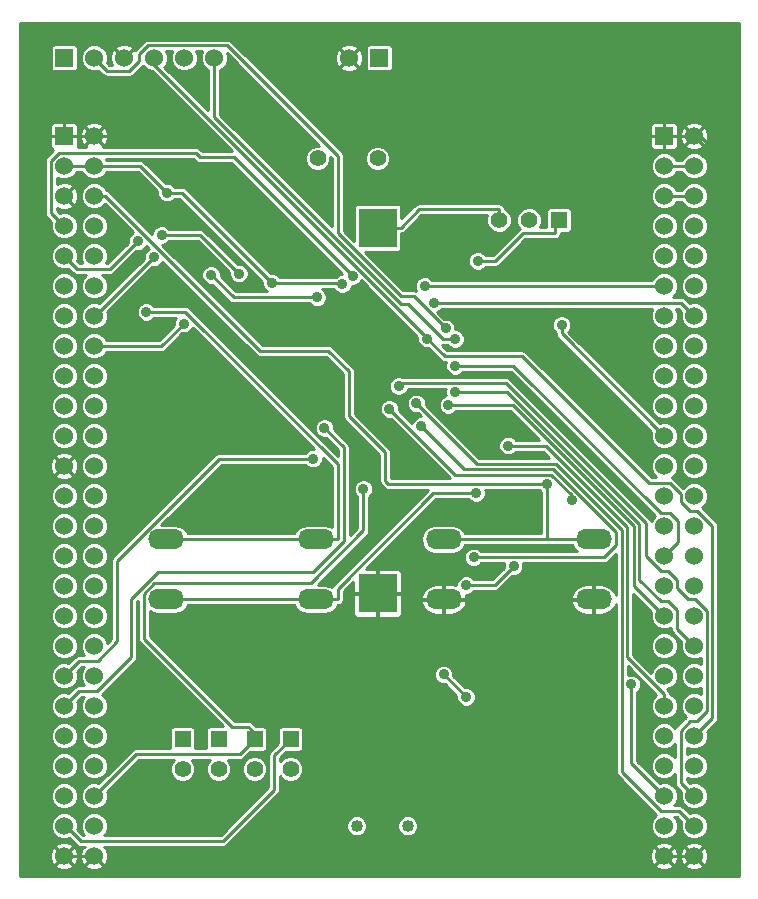
<source format=gbl>
G04 (created by PCBNEW (2013-07-07 BZR 4022)-stable) date 10/02/2014 08:40:50*
%MOIN*%
G04 Gerber Fmt 3.4, Leading zero omitted, Abs format*
%FSLAX34Y34*%
G01*
G70*
G90*
G04 APERTURE LIST*
%ADD10C,0.00590551*%
%ADD11R,0.129528X0.129528*%
%ADD12C,0.04*%
%ADD13R,0.055X0.055*%
%ADD14C,0.055*%
%ADD15R,0.06X0.06*%
%ADD16C,0.06*%
%ADD17O,0.12X0.068*%
%ADD18C,0.056*%
%ADD19C,0.035*%
%ADD20C,0.01*%
G04 APERTURE END LIST*
G54D10*
G54D11*
X46450Y-39853D03*
X46450Y-52046D03*
G54D12*
X45750Y-59800D03*
X47450Y-59800D03*
G54D13*
X39950Y-56900D03*
G54D14*
X39950Y-57900D03*
G54D13*
X41150Y-56900D03*
G54D14*
X41150Y-57900D03*
G54D13*
X42350Y-56900D03*
G54D14*
X42350Y-57900D03*
G54D13*
X43550Y-56900D03*
G54D14*
X43550Y-57900D03*
G54D13*
X52500Y-39600D03*
G54D14*
X51500Y-39600D03*
X50500Y-39600D03*
G54D15*
X36000Y-36800D03*
G54D16*
X37000Y-36800D03*
X36000Y-37800D03*
X37000Y-37800D03*
X36000Y-38800D03*
X37000Y-38800D03*
X36000Y-39800D03*
X37000Y-39800D03*
X36000Y-40800D03*
X37000Y-40800D03*
X36000Y-41800D03*
X37000Y-41800D03*
X36000Y-42800D03*
X37000Y-42800D03*
X36000Y-43800D03*
X37000Y-43800D03*
X36000Y-44800D03*
X37000Y-44800D03*
X36000Y-45800D03*
X37000Y-45800D03*
X36000Y-46800D03*
X37000Y-46800D03*
X36000Y-47800D03*
X37000Y-47800D03*
X36000Y-48800D03*
X37000Y-48800D03*
X36000Y-49800D03*
X37000Y-49800D03*
X36000Y-50800D03*
X37000Y-50800D03*
X36000Y-51800D03*
X37000Y-51800D03*
X36000Y-52800D03*
X37000Y-52800D03*
X36000Y-53800D03*
X37000Y-53800D03*
X36000Y-54800D03*
X37000Y-54800D03*
X36000Y-55800D03*
X37000Y-55800D03*
X36000Y-56800D03*
X37000Y-56800D03*
X36000Y-57800D03*
X37000Y-57800D03*
X36000Y-58800D03*
X37000Y-58800D03*
X36000Y-59800D03*
X37000Y-59800D03*
X36000Y-60800D03*
X37000Y-60800D03*
G54D15*
X56000Y-36800D03*
G54D16*
X57000Y-36800D03*
X56000Y-37800D03*
X57000Y-37800D03*
X56000Y-38800D03*
X57000Y-38800D03*
X56000Y-39800D03*
X57000Y-39800D03*
X56000Y-40800D03*
X57000Y-40800D03*
X56000Y-41800D03*
X57000Y-41800D03*
X56000Y-42800D03*
X57000Y-42800D03*
X56000Y-43800D03*
X57000Y-43800D03*
X56000Y-44800D03*
X57000Y-44800D03*
X56000Y-45800D03*
X57000Y-45800D03*
X56000Y-46800D03*
X57000Y-46800D03*
X56000Y-47800D03*
X57000Y-47800D03*
X56000Y-48800D03*
X57000Y-48800D03*
X56000Y-49800D03*
X57000Y-49800D03*
X56000Y-50800D03*
X57000Y-50800D03*
X56000Y-51800D03*
X57000Y-51800D03*
X56000Y-52800D03*
X57000Y-52800D03*
X56000Y-53800D03*
X57000Y-53800D03*
X56000Y-54800D03*
X57000Y-54800D03*
X56000Y-55800D03*
X57000Y-55800D03*
X56000Y-56800D03*
X57000Y-56800D03*
X56000Y-57800D03*
X57000Y-57800D03*
X56000Y-58800D03*
X57000Y-58800D03*
X56000Y-59800D03*
X57000Y-59800D03*
X56000Y-60800D03*
X57000Y-60800D03*
G54D15*
X46500Y-34200D03*
G54D16*
X45500Y-34200D03*
G54D15*
X36000Y-34200D03*
G54D16*
X37000Y-34200D03*
X38000Y-34200D03*
X39000Y-34200D03*
X40000Y-34200D03*
X41000Y-34200D03*
G54D17*
X53650Y-50250D03*
X53650Y-52250D03*
X48650Y-50250D03*
X48650Y-52250D03*
X44400Y-50250D03*
X44400Y-52250D03*
X39400Y-50250D03*
X39400Y-52250D03*
G54D18*
X44450Y-37550D03*
X46450Y-37550D03*
G54D19*
X52582Y-43100D03*
X52100Y-48400D03*
X50981Y-51149D03*
X49402Y-51775D03*
X49650Y-50844D03*
X47907Y-46472D03*
X48101Y-43558D03*
X50803Y-47120D03*
X48719Y-43211D03*
X41823Y-41384D03*
X39250Y-40096D03*
X38985Y-40845D03*
X39989Y-43055D03*
X44301Y-47556D03*
X44680Y-46534D03*
X49034Y-43569D03*
X45616Y-41474D03*
X38453Y-40310D03*
X47744Y-45711D03*
X46845Y-45896D03*
X52919Y-48945D03*
X54906Y-55080D03*
X47150Y-45137D03*
X49039Y-45335D03*
X48808Y-45767D03*
X45980Y-48564D03*
X49039Y-44459D03*
X48326Y-42354D03*
X48020Y-41800D03*
X49789Y-40965D03*
X49400Y-55500D03*
X48650Y-54750D03*
X42935Y-41700D03*
X49738Y-48707D03*
X45272Y-41739D03*
X39425Y-38690D03*
X51450Y-38750D03*
X48900Y-39700D03*
X46700Y-61300D03*
X46700Y-60500D03*
X40500Y-56050D03*
X39650Y-55550D03*
X40600Y-54700D03*
X43900Y-55400D03*
X54150Y-40300D03*
X48900Y-37500D03*
X44500Y-38550D03*
X54150Y-34900D03*
X56500Y-39300D03*
X41900Y-49050D03*
X40700Y-49050D03*
X42857Y-39592D03*
X40050Y-36200D03*
X43200Y-34850D03*
X42400Y-35650D03*
X40600Y-35200D03*
X53750Y-56650D03*
X52850Y-57300D03*
X40664Y-37208D03*
X38743Y-42665D03*
X44439Y-42183D03*
X40900Y-41431D03*
G54D20*
X57000Y-38800D02*
X56000Y-38800D01*
X57000Y-37800D02*
X56000Y-37800D01*
X52582Y-43382D02*
X52582Y-43100D01*
X56000Y-46800D02*
X52582Y-43382D01*
X42538Y-43961D02*
X44811Y-43961D01*
X46976Y-48400D02*
X52100Y-48400D01*
X46800Y-48400D02*
X46976Y-48400D01*
X46700Y-48300D02*
X46800Y-48400D01*
X46700Y-47350D02*
X46700Y-48300D01*
X45500Y-46150D02*
X46700Y-47350D01*
X45500Y-44650D02*
X45500Y-46150D01*
X44811Y-43961D02*
X45500Y-44650D01*
X52100Y-48400D02*
X52100Y-50250D01*
X53650Y-50250D02*
X52100Y-50250D01*
X52100Y-50250D02*
X48650Y-50250D01*
X37376Y-38800D02*
X37000Y-38800D01*
X42550Y-43973D02*
X42538Y-43961D01*
X42538Y-43961D02*
X37376Y-38800D01*
X50355Y-51775D02*
X50981Y-51149D01*
X49402Y-51775D02*
X50355Y-51775D01*
X53997Y-50844D02*
X49650Y-50844D01*
X54396Y-50445D02*
X53997Y-50844D01*
X54396Y-49990D02*
X54396Y-50445D01*
X52312Y-47906D02*
X54396Y-49990D01*
X49341Y-47906D02*
X52312Y-47906D01*
X47907Y-46472D02*
X49341Y-47906D01*
X48682Y-44139D02*
X48101Y-43558D01*
X51268Y-44139D02*
X48682Y-44139D01*
X55498Y-48369D02*
X51268Y-44139D01*
X56201Y-48369D02*
X55498Y-48369D01*
X56569Y-48738D02*
X56201Y-48369D01*
X56569Y-49001D02*
X56569Y-48738D01*
X56868Y-49300D02*
X56569Y-49001D01*
X57114Y-49300D02*
X56868Y-49300D01*
X57614Y-49800D02*
X57114Y-49300D01*
X57614Y-56185D02*
X57614Y-49800D01*
X57000Y-56800D02*
X57614Y-56185D01*
X48101Y-43527D02*
X48101Y-43558D01*
X39000Y-34426D02*
X48101Y-43527D01*
X39000Y-34200D02*
X39000Y-34426D01*
X52053Y-47120D02*
X50803Y-47120D01*
X54770Y-49836D02*
X52053Y-47120D01*
X54770Y-54178D02*
X54770Y-49836D01*
X56000Y-55408D02*
X54770Y-54178D01*
X56000Y-55800D02*
X56000Y-55408D01*
X47655Y-42147D02*
X48719Y-43211D01*
X47230Y-42147D02*
X47655Y-42147D01*
X45120Y-40038D02*
X47230Y-42147D01*
X45120Y-37458D02*
X45120Y-40038D01*
X41431Y-33768D02*
X45120Y-37458D01*
X38809Y-33768D02*
X41431Y-33768D01*
X38500Y-34078D02*
X38809Y-33768D01*
X38500Y-34309D02*
X38500Y-34078D01*
X38179Y-34630D02*
X38500Y-34309D01*
X37430Y-34630D02*
X38179Y-34630D01*
X37000Y-34200D02*
X37430Y-34630D01*
X37030Y-42800D02*
X37000Y-42800D01*
X38985Y-40845D02*
X37030Y-42800D01*
X40535Y-40096D02*
X41823Y-41384D01*
X39250Y-40096D02*
X40535Y-40096D01*
X39244Y-43800D02*
X39989Y-43055D01*
X37000Y-43800D02*
X39244Y-43800D01*
X41167Y-47556D02*
X44301Y-47556D01*
X37769Y-50954D02*
X41167Y-47556D01*
X37769Y-53646D02*
X37769Y-50954D01*
X37115Y-54300D02*
X37769Y-53646D01*
X36500Y-54300D02*
X37115Y-54300D01*
X36000Y-54800D02*
X36500Y-54300D01*
X36500Y-55300D02*
X36000Y-55800D01*
X37109Y-55300D02*
X36500Y-55300D01*
X38242Y-54167D02*
X37109Y-55300D01*
X38242Y-52223D02*
X38242Y-54167D01*
X39134Y-51331D02*
X38242Y-52223D01*
X44311Y-51331D02*
X39134Y-51331D01*
X45329Y-50313D02*
X44311Y-51331D01*
X45329Y-47183D02*
X45329Y-50313D01*
X44680Y-46534D02*
X45329Y-47183D01*
X48645Y-43569D02*
X49034Y-43569D01*
X47467Y-42391D02*
X48645Y-43569D01*
X47219Y-42391D02*
X47467Y-42391D01*
X41000Y-36171D02*
X47219Y-42391D01*
X41000Y-34200D02*
X41000Y-36171D01*
X41655Y-37513D02*
X45616Y-41474D01*
X40537Y-37513D02*
X41655Y-37513D01*
X40391Y-37367D02*
X40537Y-37513D01*
X35821Y-37367D02*
X40391Y-37367D01*
X35552Y-37635D02*
X35821Y-37367D01*
X35552Y-39352D02*
X35552Y-37635D01*
X36000Y-39800D02*
X35552Y-39352D01*
X37526Y-41237D02*
X38453Y-40310D01*
X36437Y-41237D02*
X37526Y-41237D01*
X36000Y-40800D02*
X36437Y-41237D01*
X56500Y-59300D02*
X57000Y-59800D01*
X55886Y-59300D02*
X56500Y-59300D01*
X54589Y-58003D02*
X55886Y-59300D01*
X54589Y-49918D02*
X54589Y-58003D01*
X52397Y-47725D02*
X54589Y-49918D01*
X49759Y-47725D02*
X52397Y-47725D01*
X47744Y-45711D02*
X49759Y-47725D01*
X54906Y-57706D02*
X54906Y-55080D01*
X56000Y-58800D02*
X54906Y-57706D01*
X52919Y-48779D02*
X52919Y-48945D01*
X52226Y-48086D02*
X52919Y-48779D01*
X49034Y-48086D02*
X52226Y-48086D01*
X46845Y-45896D02*
X49034Y-48086D01*
X47260Y-45027D02*
X47150Y-45137D01*
X50724Y-45027D02*
X47260Y-45027D01*
X55400Y-49702D02*
X50724Y-45027D01*
X55400Y-50814D02*
X55400Y-49702D01*
X55885Y-51300D02*
X55400Y-50814D01*
X56131Y-51300D02*
X55885Y-51300D01*
X56430Y-51598D02*
X56131Y-51300D01*
X56430Y-51861D02*
X56430Y-51598D01*
X56798Y-52230D02*
X56430Y-51861D01*
X57043Y-52230D02*
X56798Y-52230D01*
X57434Y-52621D02*
X57043Y-52230D01*
X57434Y-55975D02*
X57434Y-52621D01*
X57110Y-56300D02*
X57434Y-55975D01*
X56877Y-56300D02*
X57110Y-56300D01*
X56552Y-56625D02*
X56877Y-56300D01*
X56552Y-58352D02*
X56552Y-56625D01*
X57000Y-58800D02*
X56552Y-58352D01*
X50778Y-45335D02*
X49039Y-45335D01*
X55175Y-49732D02*
X50778Y-45335D01*
X55175Y-51589D02*
X55175Y-49732D01*
X55885Y-52300D02*
X55175Y-51589D01*
X56131Y-52300D02*
X55885Y-52300D01*
X56430Y-52598D02*
X56131Y-52300D01*
X56430Y-53230D02*
X56430Y-52598D01*
X57000Y-53800D02*
X56430Y-53230D01*
X50955Y-45767D02*
X48808Y-45767D01*
X54995Y-49807D02*
X50955Y-45767D01*
X54995Y-51795D02*
X54995Y-49807D01*
X56000Y-52800D02*
X54995Y-51795D01*
X41000Y-57400D02*
X41850Y-57400D01*
X41000Y-57400D02*
X38400Y-57400D01*
X37000Y-58800D02*
X38400Y-57400D01*
X41850Y-57400D02*
X42350Y-56900D01*
X41600Y-56494D02*
X42144Y-56494D01*
X41600Y-56494D02*
X38658Y-53553D01*
X38658Y-53553D02*
X38658Y-52062D01*
X38658Y-52062D02*
X39011Y-51709D01*
X39011Y-51709D02*
X44215Y-51709D01*
X44215Y-51709D02*
X45980Y-49945D01*
X45980Y-49945D02*
X45980Y-48564D01*
X42350Y-56700D02*
X42350Y-56900D01*
X42144Y-56494D02*
X42350Y-56700D01*
X36000Y-59800D02*
X36050Y-59800D01*
X43000Y-57450D02*
X43550Y-56900D01*
X43000Y-58600D02*
X43000Y-57450D01*
X41300Y-60300D02*
X43000Y-58600D01*
X36550Y-60300D02*
X41300Y-60300D01*
X36050Y-59800D02*
X36550Y-60300D01*
X56462Y-50337D02*
X56000Y-50800D01*
X56462Y-49631D02*
X56462Y-50337D01*
X56201Y-49369D02*
X56462Y-49631D01*
X55889Y-49369D02*
X56201Y-49369D01*
X50979Y-44459D02*
X55889Y-49369D01*
X49039Y-44459D02*
X50979Y-44459D01*
X56554Y-42354D02*
X48326Y-42354D01*
X57000Y-42800D02*
X56554Y-42354D01*
X56000Y-41800D02*
X48020Y-41800D01*
X52350Y-40050D02*
X52350Y-39750D01*
X52350Y-39750D02*
X52500Y-39600D01*
X52350Y-40050D02*
X51294Y-40050D01*
X51294Y-40050D02*
X50379Y-40965D01*
X50379Y-40965D02*
X49789Y-40965D01*
X49400Y-55500D02*
X48650Y-54750D01*
X36000Y-37800D02*
X37000Y-37800D01*
X39400Y-52250D02*
X44400Y-52250D01*
X48307Y-48707D02*
X49738Y-48707D01*
X45130Y-51884D02*
X48307Y-48707D01*
X45130Y-52250D02*
X45130Y-51884D01*
X44400Y-52250D02*
X45130Y-52250D01*
X45234Y-41700D02*
X42935Y-41700D01*
X45272Y-41739D02*
X45234Y-41700D01*
X39924Y-38690D02*
X39425Y-38690D01*
X42935Y-41700D02*
X39924Y-38690D01*
X38534Y-37800D02*
X39425Y-38690D01*
X37000Y-37800D02*
X38534Y-37800D01*
X51450Y-38750D02*
X51450Y-38850D01*
X49350Y-40150D02*
X48900Y-39700D01*
X50700Y-40150D02*
X49350Y-40150D01*
X51000Y-39850D02*
X50700Y-40150D01*
X51000Y-39300D02*
X51000Y-39850D01*
X51450Y-38850D02*
X51000Y-39300D01*
X46700Y-60500D02*
X46700Y-61300D01*
X40150Y-56050D02*
X40500Y-56050D01*
X39650Y-55550D02*
X40150Y-56050D01*
X40850Y-54700D02*
X40600Y-54700D01*
X41550Y-55400D02*
X40850Y-54700D01*
X43900Y-55400D02*
X41550Y-55400D01*
X57000Y-36800D02*
X57200Y-36800D01*
X57400Y-39300D02*
X56500Y-39300D01*
X58000Y-38700D02*
X57400Y-39300D01*
X58000Y-37600D02*
X58000Y-38700D01*
X57200Y-36800D02*
X58000Y-37600D01*
X40700Y-49050D02*
X41900Y-49050D01*
X42857Y-39592D02*
X42850Y-39600D01*
X40256Y-36800D02*
X40256Y-36406D01*
X40256Y-36406D02*
X40050Y-36200D01*
X43100Y-34750D02*
X43200Y-34850D01*
X43100Y-33587D02*
X43100Y-34750D01*
X53500Y-56650D02*
X53750Y-56650D01*
X52850Y-57300D02*
X53500Y-56650D01*
X47431Y-52250D02*
X47227Y-52046D01*
X48650Y-52250D02*
X47431Y-52250D01*
X46450Y-52046D02*
X47227Y-52046D01*
X53650Y-52250D02*
X48650Y-52250D01*
X57000Y-60800D02*
X56000Y-60800D01*
X37000Y-60800D02*
X36000Y-60800D01*
X57000Y-36800D02*
X56000Y-36800D01*
X48100Y-36800D02*
X45500Y-34200D01*
X56000Y-36800D02*
X48100Y-36800D01*
X38612Y-33587D02*
X38000Y-34200D01*
X44887Y-33587D02*
X43100Y-33587D01*
X43100Y-33587D02*
X38612Y-33587D01*
X45500Y-34200D02*
X44887Y-33587D01*
X36000Y-36800D02*
X37000Y-36800D01*
X40256Y-36800D02*
X40664Y-37208D01*
X37000Y-36800D02*
X40256Y-36800D01*
X50500Y-39600D02*
X50500Y-39250D01*
X47227Y-39853D02*
X46450Y-39853D01*
X50500Y-39250D02*
X47831Y-39250D01*
X47831Y-39250D02*
X47227Y-39853D01*
X39400Y-50250D02*
X44400Y-50250D01*
X44400Y-50250D02*
X45130Y-50250D01*
X40046Y-42665D02*
X38743Y-42665D01*
X45130Y-47750D02*
X40046Y-42665D01*
X45130Y-50250D02*
X45130Y-47750D01*
X41652Y-42183D02*
X40900Y-41431D01*
X44439Y-42183D02*
X41652Y-42183D01*
G54D10*
G36*
X40800Y-35943D02*
X39346Y-34490D01*
X39381Y-34455D01*
X39449Y-34289D01*
X39450Y-34110D01*
X39391Y-33968D01*
X39608Y-33968D01*
X39550Y-34110D01*
X39549Y-34289D01*
X39618Y-34454D01*
X39744Y-34581D01*
X39910Y-34649D01*
X40089Y-34650D01*
X40254Y-34581D01*
X40381Y-34455D01*
X40449Y-34289D01*
X40450Y-34110D01*
X40391Y-33968D01*
X40608Y-33968D01*
X40550Y-34110D01*
X40549Y-34289D01*
X40618Y-34454D01*
X40744Y-34581D01*
X40800Y-34604D01*
X40800Y-35943D01*
X40800Y-35943D01*
G37*
G54D20*
X40800Y-35943D02*
X39346Y-34490D01*
X39381Y-34455D01*
X39449Y-34289D01*
X39450Y-34110D01*
X39391Y-33968D01*
X39608Y-33968D01*
X39550Y-34110D01*
X39549Y-34289D01*
X39618Y-34454D01*
X39744Y-34581D01*
X39910Y-34649D01*
X40089Y-34650D01*
X40254Y-34581D01*
X40381Y-34455D01*
X40449Y-34289D01*
X40450Y-34110D01*
X40391Y-33968D01*
X40608Y-33968D01*
X40550Y-34110D01*
X40549Y-34289D01*
X40618Y-34454D01*
X40744Y-34581D01*
X40800Y-34604D01*
X40800Y-35943D01*
G54D10*
G36*
X44920Y-39809D02*
X41200Y-36088D01*
X41200Y-34604D01*
X41254Y-34581D01*
X41381Y-34455D01*
X41449Y-34289D01*
X41450Y-34110D01*
X41421Y-34041D01*
X44499Y-37120D01*
X44364Y-37119D01*
X44206Y-37185D01*
X44085Y-37306D01*
X44020Y-37464D01*
X44019Y-37635D01*
X44085Y-37793D01*
X44206Y-37914D01*
X44364Y-37979D01*
X44535Y-37980D01*
X44693Y-37914D01*
X44814Y-37793D01*
X44879Y-37635D01*
X44880Y-37500D01*
X44920Y-37541D01*
X44920Y-39809D01*
X44920Y-39809D01*
G37*
G54D20*
X44920Y-39809D02*
X41200Y-36088D01*
X41200Y-34604D01*
X41254Y-34581D01*
X41381Y-34455D01*
X41449Y-34289D01*
X41450Y-34110D01*
X41421Y-34041D01*
X44499Y-37120D01*
X44364Y-37119D01*
X44206Y-37185D01*
X44085Y-37306D01*
X44020Y-37464D01*
X44019Y-37635D01*
X44085Y-37793D01*
X44206Y-37914D01*
X44364Y-37979D01*
X44535Y-37980D01*
X44693Y-37914D01*
X44814Y-37793D01*
X44879Y-37635D01*
X44880Y-37500D01*
X44920Y-37541D01*
X44920Y-39809D01*
G54D10*
G36*
X44930Y-49842D02*
X44862Y-49797D01*
X44674Y-49760D01*
X44125Y-49760D01*
X43937Y-49797D01*
X43778Y-49903D01*
X43680Y-50050D01*
X40119Y-50050D01*
X40021Y-49903D01*
X39862Y-49797D01*
X39674Y-49760D01*
X39246Y-49760D01*
X41250Y-47756D01*
X44042Y-47756D01*
X44117Y-47831D01*
X44236Y-47881D01*
X44366Y-47881D01*
X44485Y-47831D01*
X44577Y-47740D01*
X44626Y-47621D01*
X44626Y-47529D01*
X44930Y-47832D01*
X44930Y-49842D01*
X44930Y-49842D01*
G37*
G54D20*
X44930Y-49842D02*
X44862Y-49797D01*
X44674Y-49760D01*
X44125Y-49760D01*
X43937Y-49797D01*
X43778Y-49903D01*
X43680Y-50050D01*
X40119Y-50050D01*
X40021Y-49903D01*
X39862Y-49797D01*
X39674Y-49760D01*
X39246Y-49760D01*
X41250Y-47756D01*
X44042Y-47756D01*
X44117Y-47831D01*
X44236Y-47881D01*
X44366Y-47881D01*
X44485Y-47831D01*
X44577Y-47740D01*
X44626Y-47621D01*
X44626Y-47529D01*
X44930Y-47832D01*
X44930Y-49842D01*
G54D10*
G36*
X45273Y-41414D02*
X45208Y-41414D01*
X45089Y-41463D01*
X45051Y-41500D01*
X43194Y-41500D01*
X43119Y-41425D01*
X43000Y-41376D01*
X42893Y-41375D01*
X40065Y-38548D01*
X40001Y-38505D01*
X39924Y-38490D01*
X39684Y-38490D01*
X39609Y-38414D01*
X39489Y-38365D01*
X39382Y-38365D01*
X38676Y-37658D01*
X38611Y-37615D01*
X38534Y-37600D01*
X37404Y-37600D01*
X37390Y-37567D01*
X40309Y-37567D01*
X40396Y-37654D01*
X40461Y-37698D01*
X40461Y-37698D01*
X40537Y-37713D01*
X41572Y-37713D01*
X45273Y-41414D01*
X45273Y-41414D01*
G37*
G54D20*
X45273Y-41414D02*
X45208Y-41414D01*
X45089Y-41463D01*
X45051Y-41500D01*
X43194Y-41500D01*
X43119Y-41425D01*
X43000Y-41376D01*
X42893Y-41375D01*
X40065Y-38548D01*
X40001Y-38505D01*
X39924Y-38490D01*
X39684Y-38490D01*
X39609Y-38414D01*
X39489Y-38365D01*
X39382Y-38365D01*
X38676Y-37658D01*
X38611Y-37615D01*
X38534Y-37600D01*
X37404Y-37600D01*
X37390Y-37567D01*
X40309Y-37567D01*
X40396Y-37654D01*
X40461Y-37698D01*
X40461Y-37698D01*
X40537Y-37713D01*
X41572Y-37713D01*
X45273Y-41414D01*
G54D10*
G36*
X58483Y-61470D02*
X57814Y-61470D01*
X57814Y-56185D01*
X57814Y-49800D01*
X57802Y-49736D01*
X57799Y-49723D01*
X57799Y-49723D01*
X57756Y-49659D01*
X57469Y-49372D01*
X57469Y-36716D01*
X57402Y-36542D01*
X57391Y-36526D01*
X57314Y-36498D01*
X57301Y-36511D01*
X57301Y-36485D01*
X57273Y-36408D01*
X57102Y-36333D01*
X56916Y-36330D01*
X56742Y-36397D01*
X56726Y-36408D01*
X56698Y-36485D01*
X57000Y-36787D01*
X57301Y-36485D01*
X57301Y-36511D01*
X57012Y-36800D01*
X57314Y-37101D01*
X57391Y-37073D01*
X57466Y-36902D01*
X57469Y-36716D01*
X57469Y-49372D01*
X57266Y-49169D01*
X57381Y-49055D01*
X57449Y-48889D01*
X57450Y-48710D01*
X57450Y-47710D01*
X57450Y-46710D01*
X57450Y-45710D01*
X57450Y-44710D01*
X57450Y-43710D01*
X57381Y-43545D01*
X57255Y-43418D01*
X57089Y-43350D01*
X56910Y-43349D01*
X56745Y-43418D01*
X56618Y-43544D01*
X56550Y-43710D01*
X56549Y-43889D01*
X56618Y-44054D01*
X56744Y-44181D01*
X56910Y-44249D01*
X57089Y-44250D01*
X57254Y-44181D01*
X57381Y-44055D01*
X57449Y-43889D01*
X57450Y-43710D01*
X57450Y-44710D01*
X57381Y-44545D01*
X57255Y-44418D01*
X57089Y-44350D01*
X56910Y-44349D01*
X56745Y-44418D01*
X56618Y-44544D01*
X56550Y-44710D01*
X56549Y-44889D01*
X56618Y-45054D01*
X56744Y-45181D01*
X56910Y-45249D01*
X57089Y-45250D01*
X57254Y-45181D01*
X57381Y-45055D01*
X57449Y-44889D01*
X57450Y-44710D01*
X57450Y-45710D01*
X57381Y-45545D01*
X57255Y-45418D01*
X57089Y-45350D01*
X56910Y-45349D01*
X56745Y-45418D01*
X56618Y-45544D01*
X56550Y-45710D01*
X56549Y-45889D01*
X56618Y-46054D01*
X56744Y-46181D01*
X56910Y-46249D01*
X57089Y-46250D01*
X57254Y-46181D01*
X57381Y-46055D01*
X57449Y-45889D01*
X57450Y-45710D01*
X57450Y-46710D01*
X57381Y-46545D01*
X57255Y-46418D01*
X57089Y-46350D01*
X56910Y-46349D01*
X56745Y-46418D01*
X56618Y-46544D01*
X56550Y-46710D01*
X56549Y-46889D01*
X56618Y-47054D01*
X56744Y-47181D01*
X56910Y-47249D01*
X57089Y-47250D01*
X57254Y-47181D01*
X57381Y-47055D01*
X57449Y-46889D01*
X57450Y-46710D01*
X57450Y-47710D01*
X57381Y-47545D01*
X57255Y-47418D01*
X57089Y-47350D01*
X56910Y-47349D01*
X56745Y-47418D01*
X56618Y-47544D01*
X56550Y-47710D01*
X56549Y-47889D01*
X56618Y-48054D01*
X56744Y-48181D01*
X56910Y-48249D01*
X57089Y-48250D01*
X57254Y-48181D01*
X57381Y-48055D01*
X57449Y-47889D01*
X57450Y-47710D01*
X57450Y-48710D01*
X57381Y-48545D01*
X57255Y-48418D01*
X57089Y-48350D01*
X56910Y-48349D01*
X56745Y-48418D01*
X56638Y-48524D01*
X56342Y-48228D01*
X56277Y-48185D01*
X56255Y-48180D01*
X56381Y-48055D01*
X56449Y-47889D01*
X56450Y-47710D01*
X56450Y-46710D01*
X56450Y-45710D01*
X56450Y-44710D01*
X56450Y-43710D01*
X56381Y-43545D01*
X56255Y-43418D01*
X56089Y-43350D01*
X55910Y-43349D01*
X55745Y-43418D01*
X55618Y-43544D01*
X55550Y-43710D01*
X55549Y-43889D01*
X55618Y-44054D01*
X55744Y-44181D01*
X55910Y-44249D01*
X56089Y-44250D01*
X56254Y-44181D01*
X56381Y-44055D01*
X56449Y-43889D01*
X56450Y-43710D01*
X56450Y-44710D01*
X56381Y-44545D01*
X56255Y-44418D01*
X56089Y-44350D01*
X55910Y-44349D01*
X55745Y-44418D01*
X55618Y-44544D01*
X55550Y-44710D01*
X55549Y-44889D01*
X55618Y-45054D01*
X55744Y-45181D01*
X55910Y-45249D01*
X56089Y-45250D01*
X56254Y-45181D01*
X56381Y-45055D01*
X56449Y-44889D01*
X56450Y-44710D01*
X56450Y-45710D01*
X56381Y-45545D01*
X56255Y-45418D01*
X56089Y-45350D01*
X55910Y-45349D01*
X55745Y-45418D01*
X55618Y-45544D01*
X55550Y-45710D01*
X55549Y-45889D01*
X55618Y-46054D01*
X55744Y-46181D01*
X55910Y-46249D01*
X56089Y-46250D01*
X56254Y-46181D01*
X56381Y-46055D01*
X56449Y-45889D01*
X56450Y-45710D01*
X56450Y-46710D01*
X56381Y-46545D01*
X56255Y-46418D01*
X56089Y-46350D01*
X55910Y-46349D01*
X55855Y-46372D01*
X52812Y-43329D01*
X52857Y-43284D01*
X52907Y-43165D01*
X52907Y-43035D01*
X52857Y-42916D01*
X52766Y-42824D01*
X52647Y-42775D01*
X52517Y-42775D01*
X52398Y-42824D01*
X52306Y-42915D01*
X52257Y-43035D01*
X52257Y-43164D01*
X52306Y-43283D01*
X52382Y-43359D01*
X52382Y-43382D01*
X52397Y-43458D01*
X52440Y-43523D01*
X55572Y-46655D01*
X55550Y-46710D01*
X55549Y-46889D01*
X55618Y-47054D01*
X55744Y-47181D01*
X55910Y-47249D01*
X56089Y-47250D01*
X56254Y-47181D01*
X56381Y-47055D01*
X56449Y-46889D01*
X56450Y-46710D01*
X56450Y-47710D01*
X56381Y-47545D01*
X56255Y-47418D01*
X56089Y-47350D01*
X55910Y-47349D01*
X55745Y-47418D01*
X55618Y-47544D01*
X55550Y-47710D01*
X55549Y-47889D01*
X55618Y-48054D01*
X55733Y-48169D01*
X55581Y-48169D01*
X51409Y-43997D01*
X51344Y-43954D01*
X51268Y-43939D01*
X48764Y-43939D01*
X48582Y-43756D01*
X48645Y-43769D01*
X48774Y-43769D01*
X48850Y-43844D01*
X48969Y-43894D01*
X49098Y-43894D01*
X49218Y-43844D01*
X49309Y-43753D01*
X49359Y-43634D01*
X49359Y-43504D01*
X49310Y-43385D01*
X49218Y-43293D01*
X49099Y-43244D01*
X49044Y-43244D01*
X49044Y-43147D01*
X48994Y-43027D01*
X48903Y-42936D01*
X48784Y-42886D01*
X48676Y-42886D01*
X48446Y-42656D01*
X48510Y-42629D01*
X48586Y-42554D01*
X55614Y-42554D01*
X55550Y-42710D01*
X55549Y-42889D01*
X55618Y-43054D01*
X55744Y-43181D01*
X55910Y-43249D01*
X56089Y-43250D01*
X56254Y-43181D01*
X56381Y-43055D01*
X56449Y-42889D01*
X56450Y-42710D01*
X56385Y-42554D01*
X56471Y-42554D01*
X56572Y-42655D01*
X56550Y-42710D01*
X56549Y-42889D01*
X56618Y-43054D01*
X56744Y-43181D01*
X56910Y-43249D01*
X57089Y-43250D01*
X57254Y-43181D01*
X57381Y-43055D01*
X57449Y-42889D01*
X57450Y-42710D01*
X57450Y-41710D01*
X57450Y-40710D01*
X57450Y-39710D01*
X57450Y-38710D01*
X57450Y-37710D01*
X57381Y-37545D01*
X57301Y-37464D01*
X57301Y-37114D01*
X57000Y-36812D01*
X56987Y-36825D01*
X56987Y-36800D01*
X56685Y-36498D01*
X56608Y-36526D01*
X56533Y-36697D01*
X56530Y-36883D01*
X56597Y-37057D01*
X56608Y-37073D01*
X56685Y-37101D01*
X56987Y-36800D01*
X56987Y-36825D01*
X56698Y-37114D01*
X56726Y-37191D01*
X56897Y-37266D01*
X57083Y-37269D01*
X57257Y-37202D01*
X57273Y-37191D01*
X57301Y-37114D01*
X57301Y-37464D01*
X57255Y-37418D01*
X57089Y-37350D01*
X56910Y-37349D01*
X56745Y-37418D01*
X56618Y-37544D01*
X56595Y-37600D01*
X56468Y-37600D01*
X56468Y-37133D01*
X56468Y-36466D01*
X56442Y-36404D01*
X56395Y-36357D01*
X56333Y-36331D01*
X56266Y-36331D01*
X56051Y-36331D01*
X56009Y-36373D01*
X56009Y-36790D01*
X56426Y-36790D01*
X56468Y-36748D01*
X56468Y-36466D01*
X56468Y-37133D01*
X56468Y-36851D01*
X56426Y-36809D01*
X56009Y-36809D01*
X56009Y-37226D01*
X56051Y-37268D01*
X56266Y-37268D01*
X56333Y-37268D01*
X56395Y-37242D01*
X56442Y-37195D01*
X56468Y-37133D01*
X56468Y-37600D01*
X56404Y-37600D01*
X56381Y-37545D01*
X56255Y-37418D01*
X56089Y-37350D01*
X55990Y-37349D01*
X55990Y-37226D01*
X55990Y-36809D01*
X55990Y-36790D01*
X55990Y-36373D01*
X55948Y-36331D01*
X55733Y-36331D01*
X55666Y-36331D01*
X55604Y-36357D01*
X55557Y-36404D01*
X55531Y-36466D01*
X55531Y-36748D01*
X55573Y-36790D01*
X55990Y-36790D01*
X55990Y-36809D01*
X55573Y-36809D01*
X55531Y-36851D01*
X55531Y-37133D01*
X55557Y-37195D01*
X55604Y-37242D01*
X55666Y-37268D01*
X55733Y-37268D01*
X55948Y-37268D01*
X55990Y-37226D01*
X55990Y-37349D01*
X55910Y-37349D01*
X55745Y-37418D01*
X55618Y-37544D01*
X55550Y-37710D01*
X55549Y-37889D01*
X55618Y-38054D01*
X55744Y-38181D01*
X55910Y-38249D01*
X56089Y-38250D01*
X56254Y-38181D01*
X56381Y-38055D01*
X56404Y-38000D01*
X56595Y-38000D01*
X56618Y-38054D01*
X56744Y-38181D01*
X56910Y-38249D01*
X57089Y-38250D01*
X57254Y-38181D01*
X57381Y-38055D01*
X57449Y-37889D01*
X57450Y-37710D01*
X57450Y-38710D01*
X57381Y-38545D01*
X57255Y-38418D01*
X57089Y-38350D01*
X56910Y-38349D01*
X56745Y-38418D01*
X56618Y-38544D01*
X56595Y-38600D01*
X56404Y-38600D01*
X56381Y-38545D01*
X56255Y-38418D01*
X56089Y-38350D01*
X55910Y-38349D01*
X55745Y-38418D01*
X55618Y-38544D01*
X55550Y-38710D01*
X55549Y-38889D01*
X55618Y-39054D01*
X55744Y-39181D01*
X55910Y-39249D01*
X56089Y-39250D01*
X56254Y-39181D01*
X56381Y-39055D01*
X56404Y-39000D01*
X56595Y-39000D01*
X56618Y-39054D01*
X56744Y-39181D01*
X56910Y-39249D01*
X57089Y-39250D01*
X57254Y-39181D01*
X57381Y-39055D01*
X57449Y-38889D01*
X57450Y-38710D01*
X57450Y-39710D01*
X57381Y-39545D01*
X57255Y-39418D01*
X57089Y-39350D01*
X56910Y-39349D01*
X56745Y-39418D01*
X56618Y-39544D01*
X56550Y-39710D01*
X56549Y-39889D01*
X56618Y-40054D01*
X56744Y-40181D01*
X56910Y-40249D01*
X57089Y-40250D01*
X57254Y-40181D01*
X57381Y-40055D01*
X57449Y-39889D01*
X57450Y-39710D01*
X57450Y-40710D01*
X57381Y-40545D01*
X57255Y-40418D01*
X57089Y-40350D01*
X56910Y-40349D01*
X56745Y-40418D01*
X56618Y-40544D01*
X56550Y-40710D01*
X56549Y-40889D01*
X56618Y-41054D01*
X56744Y-41181D01*
X56910Y-41249D01*
X57089Y-41250D01*
X57254Y-41181D01*
X57381Y-41055D01*
X57449Y-40889D01*
X57450Y-40710D01*
X57450Y-41710D01*
X57381Y-41545D01*
X57255Y-41418D01*
X57089Y-41350D01*
X56910Y-41349D01*
X56745Y-41418D01*
X56618Y-41544D01*
X56550Y-41710D01*
X56549Y-41889D01*
X56618Y-42054D01*
X56744Y-42181D01*
X56910Y-42249D01*
X57089Y-42250D01*
X57254Y-42181D01*
X57381Y-42055D01*
X57449Y-41889D01*
X57450Y-41710D01*
X57450Y-42710D01*
X57381Y-42545D01*
X57255Y-42418D01*
X57089Y-42350D01*
X56910Y-42349D01*
X56855Y-42372D01*
X56695Y-42212D01*
X56630Y-42169D01*
X56554Y-42154D01*
X56282Y-42154D01*
X56381Y-42055D01*
X56449Y-41889D01*
X56450Y-41710D01*
X56450Y-40710D01*
X56450Y-39710D01*
X56381Y-39545D01*
X56255Y-39418D01*
X56089Y-39350D01*
X55910Y-39349D01*
X55745Y-39418D01*
X55618Y-39544D01*
X55550Y-39710D01*
X55549Y-39889D01*
X55618Y-40054D01*
X55744Y-40181D01*
X55910Y-40249D01*
X56089Y-40250D01*
X56254Y-40181D01*
X56381Y-40055D01*
X56449Y-39889D01*
X56450Y-39710D01*
X56450Y-40710D01*
X56381Y-40545D01*
X56255Y-40418D01*
X56089Y-40350D01*
X55910Y-40349D01*
X55745Y-40418D01*
X55618Y-40544D01*
X55550Y-40710D01*
X55549Y-40889D01*
X55618Y-41054D01*
X55744Y-41181D01*
X55910Y-41249D01*
X56089Y-41250D01*
X56254Y-41181D01*
X56381Y-41055D01*
X56449Y-40889D01*
X56450Y-40710D01*
X56450Y-41710D01*
X56381Y-41545D01*
X56255Y-41418D01*
X56089Y-41350D01*
X55910Y-41349D01*
X55745Y-41418D01*
X55618Y-41544D01*
X55595Y-41600D01*
X52925Y-41600D01*
X52925Y-39845D01*
X52925Y-39295D01*
X52902Y-39240D01*
X52860Y-39197D01*
X52804Y-39175D01*
X52745Y-39174D01*
X52195Y-39174D01*
X52140Y-39197D01*
X52097Y-39239D01*
X52075Y-39295D01*
X52074Y-39354D01*
X52074Y-39850D01*
X51851Y-39850D01*
X51860Y-39841D01*
X51924Y-39684D01*
X51925Y-39515D01*
X51860Y-39359D01*
X51741Y-39239D01*
X51584Y-39175D01*
X51415Y-39174D01*
X51259Y-39239D01*
X51139Y-39358D01*
X51075Y-39515D01*
X51074Y-39684D01*
X51139Y-39840D01*
X51185Y-39886D01*
X51153Y-39908D01*
X50296Y-40765D01*
X50049Y-40765D01*
X49973Y-40690D01*
X49854Y-40640D01*
X49725Y-40640D01*
X49605Y-40690D01*
X49514Y-40781D01*
X49464Y-40900D01*
X49464Y-41030D01*
X49513Y-41149D01*
X49605Y-41241D01*
X49724Y-41290D01*
X49853Y-41290D01*
X49973Y-41241D01*
X50049Y-41165D01*
X50379Y-41165D01*
X50455Y-41150D01*
X50520Y-41107D01*
X51377Y-40250D01*
X52350Y-40250D01*
X52426Y-40234D01*
X52491Y-40191D01*
X52534Y-40126D01*
X52550Y-40050D01*
X52550Y-40025D01*
X52804Y-40025D01*
X52859Y-40002D01*
X52902Y-39960D01*
X52924Y-39904D01*
X52925Y-39845D01*
X52925Y-41600D01*
X48279Y-41600D01*
X48204Y-41524D01*
X48084Y-41475D01*
X47955Y-41474D01*
X47836Y-41524D01*
X47744Y-41615D01*
X47695Y-41735D01*
X47694Y-41864D01*
X47737Y-41966D01*
X47731Y-41962D01*
X47655Y-41947D01*
X47313Y-41947D01*
X46016Y-40651D01*
X47127Y-40651D01*
X47182Y-40628D01*
X47224Y-40586D01*
X47247Y-40531D01*
X47247Y-40471D01*
X47247Y-40049D01*
X47304Y-40038D01*
X47369Y-39994D01*
X47914Y-39450D01*
X50102Y-39450D01*
X50075Y-39515D01*
X50074Y-39684D01*
X50139Y-39840D01*
X50258Y-39960D01*
X50415Y-40024D01*
X50584Y-40025D01*
X50740Y-39960D01*
X50860Y-39841D01*
X50924Y-39684D01*
X50925Y-39515D01*
X50860Y-39359D01*
X50741Y-39239D01*
X50694Y-39220D01*
X50684Y-39173D01*
X50641Y-39108D01*
X50576Y-39065D01*
X50500Y-39050D01*
X47831Y-39050D01*
X47767Y-39062D01*
X47754Y-39065D01*
X47689Y-39108D01*
X47247Y-39550D01*
X47247Y-39176D01*
X47224Y-39121D01*
X47182Y-39078D01*
X47127Y-39055D01*
X47067Y-39055D01*
X46950Y-39055D01*
X46950Y-34470D01*
X46950Y-33870D01*
X46927Y-33815D01*
X46885Y-33772D01*
X46829Y-33750D01*
X46770Y-33749D01*
X46170Y-33749D01*
X46115Y-33772D01*
X46072Y-33814D01*
X46050Y-33870D01*
X46049Y-33929D01*
X46049Y-34529D01*
X46072Y-34584D01*
X46114Y-34627D01*
X46170Y-34649D01*
X46229Y-34650D01*
X46829Y-34650D01*
X46884Y-34627D01*
X46927Y-34585D01*
X46949Y-34529D01*
X46950Y-34470D01*
X46950Y-39055D01*
X46880Y-39055D01*
X46880Y-37464D01*
X46814Y-37306D01*
X46693Y-37185D01*
X46535Y-37120D01*
X46364Y-37119D01*
X46206Y-37185D01*
X46085Y-37306D01*
X46020Y-37464D01*
X46019Y-37635D01*
X46085Y-37793D01*
X46206Y-37914D01*
X46364Y-37979D01*
X46535Y-37980D01*
X46693Y-37914D01*
X46814Y-37793D01*
X46879Y-37635D01*
X46880Y-37464D01*
X46880Y-39055D01*
X45969Y-39055D01*
X45969Y-34116D01*
X45902Y-33942D01*
X45891Y-33926D01*
X45814Y-33898D01*
X45801Y-33911D01*
X45801Y-33885D01*
X45773Y-33808D01*
X45602Y-33733D01*
X45416Y-33730D01*
X45242Y-33797D01*
X45226Y-33808D01*
X45198Y-33885D01*
X45500Y-34187D01*
X45801Y-33885D01*
X45801Y-33911D01*
X45512Y-34200D01*
X45814Y-34501D01*
X45891Y-34473D01*
X45966Y-34302D01*
X45969Y-34116D01*
X45969Y-39055D01*
X45801Y-39055D01*
X45801Y-34514D01*
X45500Y-34212D01*
X45487Y-34225D01*
X45487Y-34200D01*
X45185Y-33898D01*
X45108Y-33926D01*
X45033Y-34097D01*
X45030Y-34283D01*
X45097Y-34457D01*
X45108Y-34473D01*
X45185Y-34501D01*
X45487Y-34200D01*
X45487Y-34225D01*
X45198Y-34514D01*
X45226Y-34591D01*
X45397Y-34666D01*
X45583Y-34669D01*
X45757Y-34602D01*
X45773Y-34591D01*
X45801Y-34514D01*
X45801Y-39055D01*
X45772Y-39055D01*
X45717Y-39078D01*
X45675Y-39120D01*
X45652Y-39175D01*
X45652Y-39235D01*
X45652Y-40286D01*
X45320Y-39955D01*
X45320Y-37458D01*
X45305Y-37381D01*
X45305Y-37381D01*
X45291Y-37360D01*
X45262Y-37316D01*
X45262Y-37316D01*
X41572Y-33627D01*
X41507Y-33583D01*
X41431Y-33568D01*
X38809Y-33568D01*
X38733Y-33583D01*
X38711Y-33598D01*
X38668Y-33627D01*
X38374Y-33920D01*
X38314Y-33898D01*
X38301Y-33911D01*
X38301Y-33885D01*
X38273Y-33808D01*
X38102Y-33733D01*
X37916Y-33730D01*
X37742Y-33797D01*
X37726Y-33808D01*
X37698Y-33885D01*
X38000Y-34187D01*
X38301Y-33885D01*
X38301Y-33911D01*
X38012Y-34200D01*
X38018Y-34205D01*
X38005Y-34218D01*
X38000Y-34212D01*
X37994Y-34218D01*
X37981Y-34205D01*
X37987Y-34200D01*
X37685Y-33898D01*
X37608Y-33926D01*
X37533Y-34097D01*
X37530Y-34283D01*
X37587Y-34430D01*
X37513Y-34430D01*
X37427Y-34344D01*
X37449Y-34289D01*
X37450Y-34110D01*
X37381Y-33945D01*
X37255Y-33818D01*
X37089Y-33750D01*
X36910Y-33749D01*
X36745Y-33818D01*
X36618Y-33944D01*
X36550Y-34110D01*
X36549Y-34289D01*
X36618Y-34454D01*
X36744Y-34581D01*
X36910Y-34649D01*
X37089Y-34650D01*
X37144Y-34627D01*
X37288Y-34771D01*
X37288Y-34771D01*
X37332Y-34800D01*
X37353Y-34814D01*
X37353Y-34814D01*
X37430Y-34830D01*
X37430Y-34830D01*
X38179Y-34830D01*
X38256Y-34814D01*
X38321Y-34771D01*
X38628Y-34464D01*
X38744Y-34581D01*
X38910Y-34649D01*
X38940Y-34649D01*
X41603Y-37313D01*
X40620Y-37313D01*
X40533Y-37225D01*
X40468Y-37182D01*
X40391Y-37167D01*
X37469Y-37167D01*
X37469Y-36716D01*
X37402Y-36542D01*
X37391Y-36526D01*
X37314Y-36498D01*
X37301Y-36511D01*
X37301Y-36485D01*
X37273Y-36408D01*
X37102Y-36333D01*
X36916Y-36330D01*
X36742Y-36397D01*
X36726Y-36408D01*
X36698Y-36485D01*
X37000Y-36787D01*
X37301Y-36485D01*
X37301Y-36511D01*
X37012Y-36800D01*
X37314Y-37101D01*
X37391Y-37073D01*
X37466Y-36902D01*
X37469Y-36716D01*
X37469Y-37167D01*
X37281Y-37167D01*
X37301Y-37114D01*
X37000Y-36812D01*
X36987Y-36825D01*
X36987Y-36800D01*
X36685Y-36498D01*
X36608Y-36526D01*
X36533Y-36697D01*
X36530Y-36883D01*
X36597Y-37057D01*
X36608Y-37073D01*
X36685Y-37101D01*
X36987Y-36800D01*
X36987Y-36825D01*
X36698Y-37114D01*
X36718Y-37167D01*
X36454Y-37167D01*
X36468Y-37133D01*
X36468Y-36466D01*
X36450Y-36422D01*
X36450Y-34470D01*
X36450Y-33870D01*
X36427Y-33815D01*
X36385Y-33772D01*
X36329Y-33750D01*
X36270Y-33749D01*
X35670Y-33749D01*
X35615Y-33772D01*
X35572Y-33814D01*
X35550Y-33870D01*
X35549Y-33929D01*
X35549Y-34529D01*
X35572Y-34584D01*
X35614Y-34627D01*
X35670Y-34649D01*
X35729Y-34650D01*
X36329Y-34650D01*
X36384Y-34627D01*
X36427Y-34585D01*
X36449Y-34529D01*
X36450Y-34470D01*
X36450Y-36422D01*
X36442Y-36404D01*
X36395Y-36357D01*
X36333Y-36331D01*
X36266Y-36331D01*
X36051Y-36331D01*
X36009Y-36373D01*
X36009Y-36790D01*
X36426Y-36790D01*
X36468Y-36748D01*
X36468Y-36466D01*
X36468Y-37133D01*
X36468Y-36851D01*
X36426Y-36809D01*
X36009Y-36809D01*
X36009Y-36816D01*
X35990Y-36816D01*
X35990Y-36809D01*
X35990Y-36790D01*
X35990Y-36373D01*
X35948Y-36331D01*
X35733Y-36331D01*
X35666Y-36331D01*
X35604Y-36357D01*
X35557Y-36404D01*
X35531Y-36466D01*
X35531Y-36748D01*
X35573Y-36790D01*
X35990Y-36790D01*
X35990Y-36809D01*
X35573Y-36809D01*
X35531Y-36851D01*
X35531Y-37133D01*
X35557Y-37195D01*
X35604Y-37242D01*
X35645Y-37259D01*
X35410Y-37494D01*
X35367Y-37559D01*
X35352Y-37635D01*
X35352Y-39352D01*
X35367Y-39428D01*
X35410Y-39493D01*
X35572Y-39655D01*
X35550Y-39710D01*
X35549Y-39889D01*
X35618Y-40054D01*
X35744Y-40181D01*
X35910Y-40249D01*
X36089Y-40250D01*
X36254Y-40181D01*
X36381Y-40055D01*
X36449Y-39889D01*
X36450Y-39710D01*
X36381Y-39545D01*
X36255Y-39418D01*
X36089Y-39350D01*
X35910Y-39349D01*
X35855Y-39372D01*
X35752Y-39269D01*
X35752Y-39202D01*
X35897Y-39266D01*
X36083Y-39269D01*
X36257Y-39202D01*
X36273Y-39191D01*
X36301Y-39114D01*
X36000Y-38812D01*
X35994Y-38818D01*
X35981Y-38805D01*
X35987Y-38800D01*
X35981Y-38794D01*
X35994Y-38781D01*
X36000Y-38787D01*
X36301Y-38485D01*
X36273Y-38408D01*
X36102Y-38333D01*
X35916Y-38330D01*
X35752Y-38394D01*
X35752Y-38184D01*
X35910Y-38249D01*
X36089Y-38250D01*
X36254Y-38181D01*
X36381Y-38055D01*
X36404Y-38000D01*
X36595Y-38000D01*
X36618Y-38054D01*
X36744Y-38181D01*
X36910Y-38249D01*
X37089Y-38250D01*
X37254Y-38181D01*
X37381Y-38055D01*
X37404Y-38000D01*
X38451Y-38000D01*
X39100Y-38648D01*
X39099Y-38754D01*
X39149Y-38874D01*
X39240Y-38965D01*
X39360Y-39015D01*
X39489Y-39015D01*
X39608Y-38965D01*
X39684Y-38890D01*
X39841Y-38890D01*
X42610Y-41658D01*
X42610Y-41765D01*
X42659Y-41884D01*
X42750Y-41976D01*
X42768Y-41983D01*
X41735Y-41983D01*
X41225Y-41473D01*
X41225Y-41367D01*
X41176Y-41247D01*
X41084Y-41156D01*
X40965Y-41106D01*
X40836Y-41106D01*
X40716Y-41155D01*
X40625Y-41247D01*
X40575Y-41366D01*
X40575Y-41495D01*
X40624Y-41615D01*
X40716Y-41706D01*
X40835Y-41756D01*
X40942Y-41756D01*
X41511Y-42324D01*
X41576Y-42368D01*
X41576Y-42368D01*
X41588Y-42370D01*
X41652Y-42383D01*
X44179Y-42383D01*
X44254Y-42458D01*
X44374Y-42508D01*
X44503Y-42508D01*
X44622Y-42459D01*
X44714Y-42367D01*
X44764Y-42248D01*
X44764Y-42119D01*
X44714Y-41999D01*
X44623Y-41908D01*
X44606Y-41900D01*
X44988Y-41900D01*
X44997Y-41923D01*
X45088Y-42014D01*
X45208Y-42064D01*
X45337Y-42064D01*
X45456Y-42015D01*
X45548Y-41923D01*
X45597Y-41804D01*
X45597Y-41799D01*
X45680Y-41799D01*
X45799Y-41749D01*
X45891Y-41658D01*
X45908Y-41617D01*
X47778Y-43488D01*
X47776Y-43493D01*
X47776Y-43622D01*
X47825Y-43742D01*
X47917Y-43833D01*
X48036Y-43883D01*
X48143Y-43883D01*
X48540Y-44280D01*
X48540Y-44280D01*
X48605Y-44324D01*
X48605Y-44324D01*
X48618Y-44326D01*
X48682Y-44339D01*
X48737Y-44339D01*
X48714Y-44394D01*
X48714Y-44523D01*
X48763Y-44643D01*
X48854Y-44734D01*
X48974Y-44784D01*
X49103Y-44784D01*
X49223Y-44734D01*
X49298Y-44659D01*
X50896Y-44659D01*
X55700Y-49463D01*
X55618Y-49544D01*
X55585Y-49625D01*
X55570Y-49604D01*
X55541Y-49561D01*
X55541Y-49561D01*
X50866Y-44885D01*
X50801Y-44842D01*
X50724Y-44827D01*
X47260Y-44827D01*
X47253Y-44828D01*
X47215Y-44812D01*
X47085Y-44812D01*
X46966Y-44861D01*
X46874Y-44952D01*
X46825Y-45072D01*
X46825Y-45201D01*
X46874Y-45321D01*
X46965Y-45412D01*
X47085Y-45462D01*
X47214Y-45462D01*
X47333Y-45412D01*
X47425Y-45321D01*
X47464Y-45227D01*
X48732Y-45227D01*
X48714Y-45270D01*
X48714Y-45399D01*
X48734Y-45446D01*
X48625Y-45491D01*
X48533Y-45582D01*
X48483Y-45702D01*
X48483Y-45831D01*
X48533Y-45951D01*
X48624Y-46042D01*
X48743Y-46092D01*
X48873Y-46092D01*
X48992Y-46042D01*
X49068Y-45967D01*
X50872Y-45967D01*
X51825Y-46920D01*
X51062Y-46920D01*
X50987Y-46845D01*
X50868Y-46795D01*
X50739Y-46795D01*
X50619Y-46844D01*
X50528Y-46936D01*
X50478Y-47055D01*
X50478Y-47184D01*
X50527Y-47304D01*
X50619Y-47395D01*
X50738Y-47445D01*
X50867Y-47445D01*
X50987Y-47396D01*
X51063Y-47320D01*
X51971Y-47320D01*
X52176Y-47525D01*
X49841Y-47525D01*
X48069Y-45753D01*
X48069Y-45647D01*
X48020Y-45527D01*
X47929Y-45436D01*
X47809Y-45386D01*
X47680Y-45386D01*
X47560Y-45436D01*
X47469Y-45527D01*
X47419Y-45646D01*
X47419Y-45776D01*
X47469Y-45895D01*
X47560Y-45987D01*
X47679Y-46036D01*
X47787Y-46036D01*
X47897Y-46147D01*
X47843Y-46147D01*
X47723Y-46196D01*
X47632Y-46287D01*
X47598Y-46367D01*
X47169Y-45938D01*
X47170Y-45832D01*
X47120Y-45712D01*
X47029Y-45621D01*
X46909Y-45571D01*
X46780Y-45571D01*
X46661Y-45620D01*
X46569Y-45712D01*
X46520Y-45831D01*
X46519Y-45961D01*
X46569Y-46080D01*
X46660Y-46172D01*
X46780Y-46221D01*
X46887Y-46221D01*
X48865Y-48200D01*
X46976Y-48200D01*
X46900Y-48200D01*
X46900Y-47350D01*
X46899Y-47349D01*
X46884Y-47273D01*
X46884Y-47273D01*
X46870Y-47251D01*
X46841Y-47208D01*
X46841Y-47208D01*
X45700Y-46067D01*
X45700Y-44650D01*
X45699Y-44649D01*
X45684Y-44573D01*
X45684Y-44573D01*
X45670Y-44551D01*
X45641Y-44508D01*
X45641Y-44508D01*
X44952Y-43820D01*
X44888Y-43776D01*
X44811Y-43761D01*
X42621Y-43761D01*
X39280Y-40421D01*
X39314Y-40421D01*
X39434Y-40371D01*
X39509Y-40296D01*
X40452Y-40296D01*
X41498Y-41342D01*
X41498Y-41448D01*
X41548Y-41567D01*
X41639Y-41659D01*
X41758Y-41709D01*
X41888Y-41709D01*
X42007Y-41659D01*
X42099Y-41568D01*
X42148Y-41449D01*
X42148Y-41319D01*
X42099Y-41200D01*
X42008Y-41108D01*
X41888Y-41059D01*
X41781Y-41059D01*
X40677Y-39954D01*
X40612Y-39911D01*
X40535Y-39896D01*
X39509Y-39896D01*
X39434Y-39820D01*
X39315Y-39771D01*
X39185Y-39771D01*
X39066Y-39820D01*
X38974Y-39911D01*
X38925Y-40031D01*
X38925Y-40065D01*
X37518Y-38658D01*
X37453Y-38615D01*
X37406Y-38605D01*
X37381Y-38545D01*
X37255Y-38418D01*
X37089Y-38350D01*
X36910Y-38349D01*
X36745Y-38418D01*
X36618Y-38544D01*
X36550Y-38710D01*
X36549Y-38889D01*
X36618Y-39054D01*
X36744Y-39181D01*
X36910Y-39249D01*
X37089Y-39250D01*
X37254Y-39181D01*
X37365Y-39071D01*
X38311Y-40017D01*
X38269Y-40035D01*
X38177Y-40126D01*
X38128Y-40246D01*
X38128Y-40353D01*
X37443Y-41037D01*
X37388Y-41037D01*
X37449Y-40889D01*
X37450Y-40710D01*
X37450Y-39710D01*
X37381Y-39545D01*
X37255Y-39418D01*
X37089Y-39350D01*
X36910Y-39349D01*
X36745Y-39418D01*
X36618Y-39544D01*
X36550Y-39710D01*
X36549Y-39889D01*
X36618Y-40054D01*
X36744Y-40181D01*
X36910Y-40249D01*
X37089Y-40250D01*
X37254Y-40181D01*
X37381Y-40055D01*
X37449Y-39889D01*
X37450Y-39710D01*
X37450Y-40710D01*
X37381Y-40545D01*
X37255Y-40418D01*
X37089Y-40350D01*
X36910Y-40349D01*
X36745Y-40418D01*
X36618Y-40544D01*
X36550Y-40710D01*
X36549Y-40889D01*
X36611Y-41037D01*
X36520Y-41037D01*
X36469Y-40987D01*
X36469Y-38716D01*
X36402Y-38542D01*
X36391Y-38526D01*
X36314Y-38498D01*
X36012Y-38800D01*
X36314Y-39101D01*
X36391Y-39073D01*
X36466Y-38902D01*
X36469Y-38716D01*
X36469Y-40987D01*
X36427Y-40944D01*
X36449Y-40889D01*
X36450Y-40710D01*
X36381Y-40545D01*
X36255Y-40418D01*
X36089Y-40350D01*
X35910Y-40349D01*
X35745Y-40418D01*
X35618Y-40544D01*
X35550Y-40710D01*
X35549Y-40889D01*
X35618Y-41054D01*
X35744Y-41181D01*
X35910Y-41249D01*
X36089Y-41250D01*
X36144Y-41227D01*
X36296Y-41378D01*
X36360Y-41422D01*
X36360Y-41422D01*
X36437Y-41437D01*
X36726Y-41437D01*
X36618Y-41544D01*
X36550Y-41710D01*
X36549Y-41889D01*
X36618Y-42054D01*
X36744Y-42181D01*
X36910Y-42249D01*
X37089Y-42250D01*
X37254Y-42181D01*
X37381Y-42055D01*
X37449Y-41889D01*
X37450Y-41710D01*
X37381Y-41545D01*
X37273Y-41437D01*
X37526Y-41437D01*
X37603Y-41422D01*
X37667Y-41378D01*
X38410Y-40635D01*
X38517Y-40636D01*
X38636Y-40586D01*
X38728Y-40495D01*
X38746Y-40452D01*
X38845Y-40551D01*
X38801Y-40569D01*
X38709Y-40660D01*
X38660Y-40780D01*
X38660Y-40887D01*
X37165Y-42381D01*
X37089Y-42350D01*
X36910Y-42349D01*
X36745Y-42418D01*
X36618Y-42544D01*
X36550Y-42710D01*
X36549Y-42889D01*
X36618Y-43054D01*
X36744Y-43181D01*
X36910Y-43249D01*
X37089Y-43250D01*
X37254Y-43181D01*
X37381Y-43055D01*
X37449Y-42889D01*
X37450Y-42710D01*
X37436Y-42677D01*
X38943Y-41170D01*
X39049Y-41170D01*
X39169Y-41120D01*
X39260Y-41029D01*
X39279Y-40984D01*
X42397Y-44102D01*
X42408Y-44114D01*
X42473Y-44157D01*
X42549Y-44173D01*
X42607Y-44161D01*
X44728Y-44161D01*
X45300Y-44732D01*
X45300Y-46150D01*
X45315Y-46226D01*
X45358Y-46291D01*
X46500Y-47432D01*
X46500Y-48300D01*
X46515Y-48376D01*
X46558Y-48441D01*
X46658Y-48541D01*
X46723Y-48584D01*
X46723Y-48584D01*
X46736Y-48587D01*
X46800Y-48600D01*
X46976Y-48600D01*
X48132Y-48600D01*
X44988Y-51743D01*
X44945Y-51808D01*
X44937Y-51847D01*
X44862Y-51797D01*
X44674Y-51760D01*
X44448Y-51760D01*
X46121Y-50086D01*
X46121Y-50086D01*
X46150Y-50043D01*
X46164Y-50021D01*
X46164Y-50021D01*
X46180Y-49945D01*
X46180Y-49945D01*
X46180Y-48824D01*
X46255Y-48749D01*
X46305Y-48629D01*
X46305Y-48500D01*
X46255Y-48381D01*
X46164Y-48289D01*
X46045Y-48239D01*
X45915Y-48239D01*
X45796Y-48289D01*
X45704Y-48380D01*
X45655Y-48499D01*
X45655Y-48629D01*
X45704Y-48748D01*
X45780Y-48824D01*
X45780Y-49862D01*
X45529Y-50113D01*
X45529Y-47183D01*
X45529Y-47183D01*
X45514Y-47107D01*
X45514Y-47107D01*
X45499Y-47085D01*
X45470Y-47042D01*
X45470Y-47042D01*
X45004Y-46576D01*
X45005Y-46470D01*
X44955Y-46350D01*
X44864Y-46259D01*
X44744Y-46209D01*
X44615Y-46209D01*
X44496Y-46258D01*
X44404Y-46350D01*
X44355Y-46469D01*
X44354Y-46598D01*
X44404Y-46718D01*
X44495Y-46809D01*
X44615Y-46859D01*
X44722Y-46859D01*
X45129Y-47266D01*
X45129Y-47466D01*
X40187Y-42524D01*
X40122Y-42481D01*
X40046Y-42465D01*
X39003Y-42465D01*
X38927Y-42390D01*
X38808Y-42341D01*
X38679Y-42340D01*
X38559Y-42390D01*
X38468Y-42481D01*
X38418Y-42601D01*
X38418Y-42730D01*
X38467Y-42849D01*
X38559Y-42941D01*
X38678Y-42990D01*
X38808Y-42991D01*
X38927Y-42941D01*
X39003Y-42865D01*
X39718Y-42865D01*
X39713Y-42871D01*
X39664Y-42990D01*
X39664Y-43097D01*
X39161Y-43600D01*
X37404Y-43600D01*
X37381Y-43545D01*
X37255Y-43418D01*
X37089Y-43350D01*
X36910Y-43349D01*
X36745Y-43418D01*
X36618Y-43544D01*
X36550Y-43710D01*
X36549Y-43889D01*
X36618Y-44054D01*
X36744Y-44181D01*
X36910Y-44249D01*
X37089Y-44250D01*
X37254Y-44181D01*
X37381Y-44055D01*
X37404Y-44000D01*
X39244Y-44000D01*
X39321Y-43984D01*
X39385Y-43941D01*
X39947Y-43380D01*
X40053Y-43380D01*
X40173Y-43331D01*
X40264Y-43239D01*
X40285Y-43188D01*
X44328Y-47231D01*
X44237Y-47231D01*
X44117Y-47280D01*
X44042Y-47356D01*
X41167Y-47356D01*
X41090Y-47371D01*
X41069Y-47385D01*
X41025Y-47414D01*
X37627Y-50812D01*
X37584Y-50877D01*
X37569Y-50954D01*
X37569Y-53563D01*
X37450Y-53682D01*
X37450Y-52710D01*
X37450Y-51710D01*
X37450Y-50710D01*
X37450Y-49710D01*
X37450Y-48710D01*
X37450Y-47710D01*
X37450Y-46710D01*
X37450Y-45710D01*
X37450Y-44710D01*
X37381Y-44545D01*
X37255Y-44418D01*
X37089Y-44350D01*
X36910Y-44349D01*
X36745Y-44418D01*
X36618Y-44544D01*
X36550Y-44710D01*
X36549Y-44889D01*
X36618Y-45054D01*
X36744Y-45181D01*
X36910Y-45249D01*
X37089Y-45250D01*
X37254Y-45181D01*
X37381Y-45055D01*
X37449Y-44889D01*
X37450Y-44710D01*
X37450Y-45710D01*
X37381Y-45545D01*
X37255Y-45418D01*
X37089Y-45350D01*
X36910Y-45349D01*
X36745Y-45418D01*
X36618Y-45544D01*
X36550Y-45710D01*
X36549Y-45889D01*
X36618Y-46054D01*
X36744Y-46181D01*
X36910Y-46249D01*
X37089Y-46250D01*
X37254Y-46181D01*
X37381Y-46055D01*
X37449Y-45889D01*
X37450Y-45710D01*
X37450Y-46710D01*
X37381Y-46545D01*
X37255Y-46418D01*
X37089Y-46350D01*
X36910Y-46349D01*
X36745Y-46418D01*
X36618Y-46544D01*
X36550Y-46710D01*
X36549Y-46889D01*
X36618Y-47054D01*
X36744Y-47181D01*
X36910Y-47249D01*
X37089Y-47250D01*
X37254Y-47181D01*
X37381Y-47055D01*
X37449Y-46889D01*
X37450Y-46710D01*
X37450Y-47710D01*
X37381Y-47545D01*
X37255Y-47418D01*
X37089Y-47350D01*
X36910Y-47349D01*
X36745Y-47418D01*
X36618Y-47544D01*
X36550Y-47710D01*
X36549Y-47889D01*
X36618Y-48054D01*
X36744Y-48181D01*
X36910Y-48249D01*
X37089Y-48250D01*
X37254Y-48181D01*
X37381Y-48055D01*
X37449Y-47889D01*
X37450Y-47710D01*
X37450Y-48710D01*
X37381Y-48545D01*
X37255Y-48418D01*
X37089Y-48350D01*
X36910Y-48349D01*
X36745Y-48418D01*
X36618Y-48544D01*
X36550Y-48710D01*
X36549Y-48889D01*
X36618Y-49054D01*
X36744Y-49181D01*
X36910Y-49249D01*
X37089Y-49250D01*
X37254Y-49181D01*
X37381Y-49055D01*
X37449Y-48889D01*
X37450Y-48710D01*
X37450Y-49710D01*
X37381Y-49545D01*
X37255Y-49418D01*
X37089Y-49350D01*
X36910Y-49349D01*
X36745Y-49418D01*
X36618Y-49544D01*
X36550Y-49710D01*
X36549Y-49889D01*
X36618Y-50054D01*
X36744Y-50181D01*
X36910Y-50249D01*
X37089Y-50250D01*
X37254Y-50181D01*
X37381Y-50055D01*
X37449Y-49889D01*
X37450Y-49710D01*
X37450Y-50710D01*
X37381Y-50545D01*
X37255Y-50418D01*
X37089Y-50350D01*
X36910Y-50349D01*
X36745Y-50418D01*
X36618Y-50544D01*
X36550Y-50710D01*
X36549Y-50889D01*
X36618Y-51054D01*
X36744Y-51181D01*
X36910Y-51249D01*
X37089Y-51250D01*
X37254Y-51181D01*
X37381Y-51055D01*
X37449Y-50889D01*
X37450Y-50710D01*
X37450Y-51710D01*
X37381Y-51545D01*
X37255Y-51418D01*
X37089Y-51350D01*
X36910Y-51349D01*
X36745Y-51418D01*
X36618Y-51544D01*
X36550Y-51710D01*
X36549Y-51889D01*
X36618Y-52054D01*
X36744Y-52181D01*
X36910Y-52249D01*
X37089Y-52250D01*
X37254Y-52181D01*
X37381Y-52055D01*
X37449Y-51889D01*
X37450Y-51710D01*
X37450Y-52710D01*
X37381Y-52545D01*
X37255Y-52418D01*
X37089Y-52350D01*
X36910Y-52349D01*
X36745Y-52418D01*
X36618Y-52544D01*
X36550Y-52710D01*
X36549Y-52889D01*
X36618Y-53054D01*
X36744Y-53181D01*
X36910Y-53249D01*
X37089Y-53250D01*
X37254Y-53181D01*
X37381Y-53055D01*
X37449Y-52889D01*
X37450Y-52710D01*
X37450Y-53682D01*
X37441Y-53690D01*
X37381Y-53545D01*
X37255Y-53418D01*
X37089Y-53350D01*
X36910Y-53349D01*
X36745Y-53418D01*
X36618Y-53544D01*
X36550Y-53710D01*
X36549Y-53889D01*
X36618Y-54054D01*
X36663Y-54100D01*
X36500Y-54100D01*
X36469Y-54105D01*
X36469Y-47716D01*
X36450Y-47665D01*
X36450Y-46710D01*
X36450Y-45710D01*
X36450Y-44710D01*
X36450Y-43710D01*
X36450Y-42710D01*
X36450Y-41710D01*
X36381Y-41545D01*
X36255Y-41418D01*
X36089Y-41350D01*
X35910Y-41349D01*
X35745Y-41418D01*
X35618Y-41544D01*
X35550Y-41710D01*
X35549Y-41889D01*
X35618Y-42054D01*
X35744Y-42181D01*
X35910Y-42249D01*
X36089Y-42250D01*
X36254Y-42181D01*
X36381Y-42055D01*
X36449Y-41889D01*
X36450Y-41710D01*
X36450Y-42710D01*
X36381Y-42545D01*
X36255Y-42418D01*
X36089Y-42350D01*
X35910Y-42349D01*
X35745Y-42418D01*
X35618Y-42544D01*
X35550Y-42710D01*
X35549Y-42889D01*
X35618Y-43054D01*
X35744Y-43181D01*
X35910Y-43249D01*
X36089Y-43250D01*
X36254Y-43181D01*
X36381Y-43055D01*
X36449Y-42889D01*
X36450Y-42710D01*
X36450Y-43710D01*
X36381Y-43545D01*
X36255Y-43418D01*
X36089Y-43350D01*
X35910Y-43349D01*
X35745Y-43418D01*
X35618Y-43544D01*
X35550Y-43710D01*
X35549Y-43889D01*
X35618Y-44054D01*
X35744Y-44181D01*
X35910Y-44249D01*
X36089Y-44250D01*
X36254Y-44181D01*
X36381Y-44055D01*
X36449Y-43889D01*
X36450Y-43710D01*
X36450Y-44710D01*
X36381Y-44545D01*
X36255Y-44418D01*
X36089Y-44350D01*
X35910Y-44349D01*
X35745Y-44418D01*
X35618Y-44544D01*
X35550Y-44710D01*
X35549Y-44889D01*
X35618Y-45054D01*
X35744Y-45181D01*
X35910Y-45249D01*
X36089Y-45250D01*
X36254Y-45181D01*
X36381Y-45055D01*
X36449Y-44889D01*
X36450Y-44710D01*
X36450Y-45710D01*
X36381Y-45545D01*
X36255Y-45418D01*
X36089Y-45350D01*
X35910Y-45349D01*
X35745Y-45418D01*
X35618Y-45544D01*
X35550Y-45710D01*
X35549Y-45889D01*
X35618Y-46054D01*
X35744Y-46181D01*
X35910Y-46249D01*
X36089Y-46250D01*
X36254Y-46181D01*
X36381Y-46055D01*
X36449Y-45889D01*
X36450Y-45710D01*
X36450Y-46710D01*
X36381Y-46545D01*
X36255Y-46418D01*
X36089Y-46350D01*
X35910Y-46349D01*
X35745Y-46418D01*
X35618Y-46544D01*
X35550Y-46710D01*
X35549Y-46889D01*
X35618Y-47054D01*
X35744Y-47181D01*
X35910Y-47249D01*
X36089Y-47250D01*
X36254Y-47181D01*
X36381Y-47055D01*
X36449Y-46889D01*
X36450Y-46710D01*
X36450Y-47665D01*
X36402Y-47542D01*
X36391Y-47526D01*
X36314Y-47498D01*
X36301Y-47511D01*
X36301Y-47485D01*
X36273Y-47408D01*
X36102Y-47333D01*
X35916Y-47330D01*
X35742Y-47397D01*
X35726Y-47408D01*
X35698Y-47485D01*
X36000Y-47787D01*
X36301Y-47485D01*
X36301Y-47511D01*
X36012Y-47800D01*
X36314Y-48101D01*
X36391Y-48073D01*
X36466Y-47902D01*
X36469Y-47716D01*
X36469Y-54105D01*
X36450Y-54109D01*
X36450Y-53710D01*
X36450Y-52710D01*
X36450Y-51710D01*
X36450Y-50710D01*
X36450Y-49710D01*
X36450Y-48710D01*
X36381Y-48545D01*
X36301Y-48464D01*
X36301Y-48114D01*
X36000Y-47812D01*
X35987Y-47825D01*
X35987Y-47800D01*
X35685Y-47498D01*
X35608Y-47526D01*
X35533Y-47697D01*
X35530Y-47883D01*
X35597Y-48057D01*
X35608Y-48073D01*
X35685Y-48101D01*
X35987Y-47800D01*
X35987Y-47825D01*
X35698Y-48114D01*
X35726Y-48191D01*
X35897Y-48266D01*
X36083Y-48269D01*
X36257Y-48202D01*
X36273Y-48191D01*
X36301Y-48114D01*
X36301Y-48464D01*
X36255Y-48418D01*
X36089Y-48350D01*
X35910Y-48349D01*
X35745Y-48418D01*
X35618Y-48544D01*
X35550Y-48710D01*
X35549Y-48889D01*
X35618Y-49054D01*
X35744Y-49181D01*
X35910Y-49249D01*
X36089Y-49250D01*
X36254Y-49181D01*
X36381Y-49055D01*
X36449Y-48889D01*
X36450Y-48710D01*
X36450Y-49710D01*
X36381Y-49545D01*
X36255Y-49418D01*
X36089Y-49350D01*
X35910Y-49349D01*
X35745Y-49418D01*
X35618Y-49544D01*
X35550Y-49710D01*
X35549Y-49889D01*
X35618Y-50054D01*
X35744Y-50181D01*
X35910Y-50249D01*
X36089Y-50250D01*
X36254Y-50181D01*
X36381Y-50055D01*
X36449Y-49889D01*
X36450Y-49710D01*
X36450Y-50710D01*
X36381Y-50545D01*
X36255Y-50418D01*
X36089Y-50350D01*
X35910Y-50349D01*
X35745Y-50418D01*
X35618Y-50544D01*
X35550Y-50710D01*
X35549Y-50889D01*
X35618Y-51054D01*
X35744Y-51181D01*
X35910Y-51249D01*
X36089Y-51250D01*
X36254Y-51181D01*
X36381Y-51055D01*
X36449Y-50889D01*
X36450Y-50710D01*
X36450Y-51710D01*
X36381Y-51545D01*
X36255Y-51418D01*
X36089Y-51350D01*
X35910Y-51349D01*
X35745Y-51418D01*
X35618Y-51544D01*
X35550Y-51710D01*
X35549Y-51889D01*
X35618Y-52054D01*
X35744Y-52181D01*
X35910Y-52249D01*
X36089Y-52250D01*
X36254Y-52181D01*
X36381Y-52055D01*
X36449Y-51889D01*
X36450Y-51710D01*
X36450Y-52710D01*
X36381Y-52545D01*
X36255Y-52418D01*
X36089Y-52350D01*
X35910Y-52349D01*
X35745Y-52418D01*
X35618Y-52544D01*
X35550Y-52710D01*
X35549Y-52889D01*
X35618Y-53054D01*
X35744Y-53181D01*
X35910Y-53249D01*
X36089Y-53250D01*
X36254Y-53181D01*
X36381Y-53055D01*
X36449Y-52889D01*
X36450Y-52710D01*
X36450Y-53710D01*
X36381Y-53545D01*
X36255Y-53418D01*
X36089Y-53350D01*
X35910Y-53349D01*
X35745Y-53418D01*
X35618Y-53544D01*
X35550Y-53710D01*
X35549Y-53889D01*
X35618Y-54054D01*
X35744Y-54181D01*
X35910Y-54249D01*
X36089Y-54250D01*
X36254Y-54181D01*
X36381Y-54055D01*
X36449Y-53889D01*
X36450Y-53710D01*
X36450Y-54109D01*
X36436Y-54112D01*
X36423Y-54115D01*
X36358Y-54158D01*
X36144Y-54372D01*
X36089Y-54350D01*
X35910Y-54349D01*
X35745Y-54418D01*
X35618Y-54544D01*
X35550Y-54710D01*
X35549Y-54889D01*
X35618Y-55054D01*
X35744Y-55181D01*
X35910Y-55249D01*
X36089Y-55250D01*
X36254Y-55181D01*
X36381Y-55055D01*
X36449Y-54889D01*
X36450Y-54710D01*
X36427Y-54655D01*
X36582Y-54500D01*
X36663Y-54500D01*
X36618Y-54544D01*
X36550Y-54710D01*
X36549Y-54889D01*
X36618Y-55054D01*
X36663Y-55100D01*
X36500Y-55100D01*
X36436Y-55112D01*
X36423Y-55115D01*
X36358Y-55158D01*
X36144Y-55372D01*
X36089Y-55350D01*
X35910Y-55349D01*
X35745Y-55418D01*
X35618Y-55544D01*
X35550Y-55710D01*
X35549Y-55889D01*
X35618Y-56054D01*
X35744Y-56181D01*
X35910Y-56249D01*
X36089Y-56250D01*
X36254Y-56181D01*
X36381Y-56055D01*
X36449Y-55889D01*
X36450Y-55710D01*
X36427Y-55655D01*
X36582Y-55500D01*
X36663Y-55500D01*
X36618Y-55544D01*
X36550Y-55710D01*
X36549Y-55889D01*
X36618Y-56054D01*
X36744Y-56181D01*
X36910Y-56249D01*
X37089Y-56250D01*
X37254Y-56181D01*
X37381Y-56055D01*
X37449Y-55889D01*
X37450Y-55710D01*
X37381Y-55545D01*
X37264Y-55427D01*
X38383Y-54308D01*
X38383Y-54308D01*
X38412Y-54265D01*
X38426Y-54243D01*
X38426Y-54243D01*
X38442Y-54167D01*
X38442Y-54167D01*
X38442Y-52306D01*
X38458Y-52290D01*
X38458Y-53553D01*
X38473Y-53629D01*
X38517Y-53694D01*
X41297Y-56474D01*
X40845Y-56474D01*
X40790Y-56497D01*
X40747Y-56539D01*
X40725Y-56595D01*
X40724Y-56654D01*
X40724Y-57200D01*
X40374Y-57200D01*
X40375Y-57145D01*
X40375Y-56595D01*
X40352Y-56540D01*
X40310Y-56497D01*
X40254Y-56475D01*
X40195Y-56474D01*
X39645Y-56474D01*
X39590Y-56497D01*
X39547Y-56539D01*
X39525Y-56595D01*
X39524Y-56654D01*
X39524Y-57200D01*
X38400Y-57200D01*
X38336Y-57212D01*
X38323Y-57215D01*
X38258Y-57258D01*
X37450Y-58067D01*
X37450Y-57710D01*
X37450Y-56710D01*
X37381Y-56545D01*
X37255Y-56418D01*
X37089Y-56350D01*
X36910Y-56349D01*
X36745Y-56418D01*
X36618Y-56544D01*
X36550Y-56710D01*
X36549Y-56889D01*
X36618Y-57054D01*
X36744Y-57181D01*
X36910Y-57249D01*
X37089Y-57250D01*
X37254Y-57181D01*
X37381Y-57055D01*
X37449Y-56889D01*
X37450Y-56710D01*
X37450Y-57710D01*
X37381Y-57545D01*
X37255Y-57418D01*
X37089Y-57350D01*
X36910Y-57349D01*
X36745Y-57418D01*
X36618Y-57544D01*
X36550Y-57710D01*
X36549Y-57889D01*
X36618Y-58054D01*
X36744Y-58181D01*
X36910Y-58249D01*
X37089Y-58250D01*
X37254Y-58181D01*
X37381Y-58055D01*
X37449Y-57889D01*
X37450Y-57710D01*
X37450Y-58067D01*
X37144Y-58372D01*
X37089Y-58350D01*
X36910Y-58349D01*
X36745Y-58418D01*
X36618Y-58544D01*
X36550Y-58710D01*
X36549Y-58889D01*
X36618Y-59054D01*
X36744Y-59181D01*
X36910Y-59249D01*
X37089Y-59250D01*
X37254Y-59181D01*
X37381Y-59055D01*
X37449Y-58889D01*
X37450Y-58710D01*
X37427Y-58655D01*
X38482Y-57600D01*
X39648Y-57600D01*
X39589Y-57658D01*
X39525Y-57815D01*
X39524Y-57984D01*
X39589Y-58140D01*
X39708Y-58260D01*
X39865Y-58324D01*
X40034Y-58325D01*
X40190Y-58260D01*
X40310Y-58141D01*
X40374Y-57984D01*
X40375Y-57815D01*
X40310Y-57659D01*
X40251Y-57600D01*
X40848Y-57600D01*
X40789Y-57658D01*
X40725Y-57815D01*
X40724Y-57984D01*
X40789Y-58140D01*
X40908Y-58260D01*
X41065Y-58324D01*
X41234Y-58325D01*
X41390Y-58260D01*
X41510Y-58141D01*
X41574Y-57984D01*
X41575Y-57815D01*
X41510Y-57659D01*
X41451Y-57600D01*
X41850Y-57600D01*
X41926Y-57584D01*
X41991Y-57541D01*
X42207Y-57325D01*
X42654Y-57325D01*
X42709Y-57302D01*
X42752Y-57260D01*
X42774Y-57204D01*
X42775Y-57145D01*
X42775Y-56595D01*
X42752Y-56540D01*
X42710Y-56497D01*
X42654Y-56475D01*
X42595Y-56474D01*
X42407Y-56474D01*
X42286Y-56353D01*
X42221Y-56310D01*
X42144Y-56294D01*
X41682Y-56294D01*
X38858Y-53470D01*
X38858Y-52649D01*
X38937Y-52702D01*
X39125Y-52740D01*
X39674Y-52740D01*
X39862Y-52702D01*
X40021Y-52596D01*
X40119Y-52450D01*
X43680Y-52450D01*
X43778Y-52596D01*
X43937Y-52702D01*
X44125Y-52740D01*
X44674Y-52740D01*
X44862Y-52702D01*
X45021Y-52596D01*
X45119Y-52450D01*
X45130Y-52450D01*
X45206Y-52434D01*
X45271Y-52391D01*
X45314Y-52326D01*
X45330Y-52250D01*
X45330Y-51967D01*
X45634Y-51663D01*
X45634Y-51995D01*
X45676Y-52037D01*
X46440Y-52037D01*
X46440Y-51272D01*
X46398Y-51230D01*
X46067Y-51230D01*
X48389Y-48907D01*
X49478Y-48907D01*
X49554Y-48983D01*
X49673Y-49032D01*
X49802Y-49033D01*
X49922Y-48983D01*
X50013Y-48892D01*
X50063Y-48772D01*
X50063Y-48643D01*
X50045Y-48600D01*
X51840Y-48600D01*
X51900Y-48659D01*
X51900Y-50050D01*
X49369Y-50050D01*
X49271Y-49903D01*
X49112Y-49797D01*
X48924Y-49760D01*
X48375Y-49760D01*
X48187Y-49797D01*
X48028Y-49903D01*
X47922Y-50062D01*
X47885Y-50250D01*
X47922Y-50437D01*
X48028Y-50596D01*
X48187Y-50702D01*
X48375Y-50740D01*
X48924Y-50740D01*
X49112Y-50702D01*
X49271Y-50596D01*
X49369Y-50450D01*
X52100Y-50450D01*
X52930Y-50450D01*
X53028Y-50596D01*
X53100Y-50644D01*
X49909Y-50644D01*
X49834Y-50569D01*
X49715Y-50519D01*
X49585Y-50519D01*
X49466Y-50568D01*
X49374Y-50660D01*
X49325Y-50779D01*
X49325Y-50908D01*
X49374Y-51028D01*
X49465Y-51119D01*
X49585Y-51169D01*
X49714Y-51169D01*
X49834Y-51120D01*
X49909Y-51044D01*
X50672Y-51044D01*
X50656Y-51084D01*
X50656Y-51191D01*
X50272Y-51575D01*
X49662Y-51575D01*
X49586Y-51499D01*
X49467Y-51450D01*
X49338Y-51450D01*
X49218Y-51499D01*
X49127Y-51590D01*
X49077Y-51710D01*
X49077Y-51776D01*
X48919Y-51741D01*
X48659Y-51741D01*
X48659Y-52240D01*
X49375Y-52240D01*
X49410Y-52161D01*
X49393Y-52100D01*
X49467Y-52100D01*
X49586Y-52050D01*
X49662Y-51975D01*
X50355Y-51975D01*
X50431Y-51959D01*
X50496Y-51916D01*
X50938Y-51474D01*
X51045Y-51474D01*
X51164Y-51425D01*
X51256Y-51333D01*
X51306Y-51214D01*
X51306Y-51085D01*
X51289Y-51044D01*
X53997Y-51044D01*
X54073Y-51029D01*
X54138Y-50985D01*
X54389Y-50734D01*
X54389Y-52089D01*
X54382Y-52063D01*
X54275Y-51897D01*
X54112Y-51784D01*
X53919Y-51741D01*
X53659Y-51741D01*
X53659Y-52240D01*
X53666Y-52240D01*
X53666Y-52259D01*
X53659Y-52259D01*
X53659Y-52758D01*
X53919Y-52758D01*
X54112Y-52715D01*
X54275Y-52602D01*
X54382Y-52436D01*
X54389Y-52410D01*
X54389Y-58003D01*
X54405Y-58080D01*
X54448Y-58145D01*
X55733Y-59430D01*
X55618Y-59544D01*
X55550Y-59710D01*
X55549Y-59889D01*
X55618Y-60054D01*
X55744Y-60181D01*
X55910Y-60249D01*
X56089Y-60250D01*
X56254Y-60181D01*
X56381Y-60055D01*
X56449Y-59889D01*
X56450Y-59710D01*
X56381Y-59545D01*
X56336Y-59500D01*
X56417Y-59500D01*
X56572Y-59655D01*
X56550Y-59710D01*
X56549Y-59889D01*
X56618Y-60054D01*
X56744Y-60181D01*
X56910Y-60249D01*
X57089Y-60250D01*
X57254Y-60181D01*
X57381Y-60055D01*
X57449Y-59889D01*
X57450Y-59710D01*
X57381Y-59545D01*
X57255Y-59418D01*
X57089Y-59350D01*
X56910Y-59349D01*
X56855Y-59372D01*
X56641Y-59158D01*
X56576Y-59115D01*
X56500Y-59100D01*
X56336Y-59100D01*
X56381Y-59055D01*
X56449Y-58889D01*
X56450Y-58710D01*
X56381Y-58545D01*
X56255Y-58418D01*
X56089Y-58350D01*
X55910Y-58349D01*
X55855Y-58372D01*
X55106Y-57624D01*
X55106Y-55339D01*
X55182Y-55264D01*
X55231Y-55145D01*
X55231Y-55015D01*
X55182Y-54896D01*
X55091Y-54804D01*
X54971Y-54755D01*
X54842Y-54755D01*
X54789Y-54777D01*
X54789Y-54481D01*
X55736Y-55427D01*
X55618Y-55544D01*
X55550Y-55710D01*
X55549Y-55889D01*
X55618Y-56054D01*
X55744Y-56181D01*
X55910Y-56249D01*
X56089Y-56250D01*
X56254Y-56181D01*
X56381Y-56055D01*
X56449Y-55889D01*
X56450Y-55710D01*
X56381Y-55545D01*
X56255Y-55418D01*
X56197Y-55394D01*
X56184Y-55331D01*
X56184Y-55331D01*
X56170Y-55310D01*
X56141Y-55266D01*
X56141Y-55266D01*
X56114Y-55239D01*
X56254Y-55181D01*
X56381Y-55055D01*
X56449Y-54889D01*
X56450Y-54710D01*
X56450Y-53710D01*
X56381Y-53545D01*
X56255Y-53418D01*
X56089Y-53350D01*
X55910Y-53349D01*
X55745Y-53418D01*
X55618Y-53544D01*
X55550Y-53710D01*
X55549Y-53889D01*
X55618Y-54054D01*
X55744Y-54181D01*
X55910Y-54249D01*
X56089Y-54250D01*
X56254Y-54181D01*
X56381Y-54055D01*
X56449Y-53889D01*
X56450Y-53710D01*
X56450Y-54710D01*
X56381Y-54545D01*
X56255Y-54418D01*
X56089Y-54350D01*
X55910Y-54349D01*
X55745Y-54418D01*
X55618Y-54544D01*
X55560Y-54685D01*
X54970Y-54095D01*
X54970Y-52052D01*
X55572Y-52655D01*
X55550Y-52710D01*
X55549Y-52889D01*
X55618Y-53054D01*
X55744Y-53181D01*
X55910Y-53249D01*
X56089Y-53250D01*
X56230Y-53191D01*
X56230Y-53230D01*
X56245Y-53306D01*
X56288Y-53371D01*
X56572Y-53655D01*
X56550Y-53710D01*
X56549Y-53889D01*
X56618Y-54054D01*
X56744Y-54181D01*
X56910Y-54249D01*
X57089Y-54250D01*
X57234Y-54189D01*
X57234Y-54410D01*
X57089Y-54350D01*
X56910Y-54349D01*
X56745Y-54418D01*
X56618Y-54544D01*
X56550Y-54710D01*
X56549Y-54889D01*
X56618Y-55054D01*
X56744Y-55181D01*
X56910Y-55249D01*
X57089Y-55250D01*
X57234Y-55189D01*
X57234Y-55410D01*
X57089Y-55350D01*
X56910Y-55349D01*
X56745Y-55418D01*
X56618Y-55544D01*
X56550Y-55710D01*
X56549Y-55889D01*
X56618Y-56054D01*
X56729Y-56165D01*
X56411Y-56483D01*
X56374Y-56538D01*
X56255Y-56418D01*
X56089Y-56350D01*
X55910Y-56349D01*
X55745Y-56418D01*
X55618Y-56544D01*
X55550Y-56710D01*
X55549Y-56889D01*
X55618Y-57054D01*
X55744Y-57181D01*
X55910Y-57249D01*
X56089Y-57250D01*
X56254Y-57181D01*
X56352Y-57083D01*
X56352Y-57516D01*
X56255Y-57418D01*
X56089Y-57350D01*
X55910Y-57349D01*
X55745Y-57418D01*
X55618Y-57544D01*
X55550Y-57710D01*
X55549Y-57889D01*
X55618Y-58054D01*
X55744Y-58181D01*
X55910Y-58249D01*
X56089Y-58250D01*
X56254Y-58181D01*
X56352Y-58083D01*
X56352Y-58352D01*
X56367Y-58429D01*
X56411Y-58494D01*
X56572Y-58655D01*
X56550Y-58710D01*
X56549Y-58889D01*
X56618Y-59054D01*
X56744Y-59181D01*
X56910Y-59249D01*
X57089Y-59250D01*
X57254Y-59181D01*
X57381Y-59055D01*
X57449Y-58889D01*
X57450Y-58710D01*
X57381Y-58545D01*
X57255Y-58418D01*
X57089Y-58350D01*
X56910Y-58349D01*
X56855Y-58372D01*
X56752Y-58269D01*
X56752Y-58184D01*
X56910Y-58249D01*
X57089Y-58250D01*
X57254Y-58181D01*
X57381Y-58055D01*
X57449Y-57889D01*
X57450Y-57710D01*
X57381Y-57545D01*
X57255Y-57418D01*
X57089Y-57350D01*
X56910Y-57349D01*
X56752Y-57415D01*
X56752Y-57184D01*
X56910Y-57249D01*
X57089Y-57250D01*
X57254Y-57181D01*
X57381Y-57055D01*
X57449Y-56889D01*
X57450Y-56710D01*
X57427Y-56655D01*
X57756Y-56326D01*
X57799Y-56261D01*
X57814Y-56185D01*
X57814Y-61470D01*
X57469Y-61470D01*
X57469Y-60716D01*
X57402Y-60542D01*
X57391Y-60526D01*
X57314Y-60498D01*
X57301Y-60511D01*
X57301Y-60485D01*
X57273Y-60408D01*
X57102Y-60333D01*
X56916Y-60330D01*
X56742Y-60397D01*
X56726Y-60408D01*
X56698Y-60485D01*
X57000Y-60787D01*
X57301Y-60485D01*
X57301Y-60511D01*
X57012Y-60800D01*
X57314Y-61101D01*
X57391Y-61073D01*
X57466Y-60902D01*
X57469Y-60716D01*
X57469Y-61470D01*
X57301Y-61470D01*
X57301Y-61114D01*
X57000Y-60812D01*
X56987Y-60825D01*
X56987Y-60800D01*
X56685Y-60498D01*
X56608Y-60526D01*
X56533Y-60697D01*
X56530Y-60883D01*
X56597Y-61057D01*
X56608Y-61073D01*
X56685Y-61101D01*
X56987Y-60800D01*
X56987Y-60825D01*
X56698Y-61114D01*
X56726Y-61191D01*
X56897Y-61266D01*
X57083Y-61269D01*
X57257Y-61202D01*
X57273Y-61191D01*
X57301Y-61114D01*
X57301Y-61470D01*
X56469Y-61470D01*
X56469Y-60716D01*
X56402Y-60542D01*
X56391Y-60526D01*
X56314Y-60498D01*
X56301Y-60511D01*
X56301Y-60485D01*
X56273Y-60408D01*
X56102Y-60333D01*
X55916Y-60330D01*
X55742Y-60397D01*
X55726Y-60408D01*
X55698Y-60485D01*
X56000Y-60787D01*
X56301Y-60485D01*
X56301Y-60511D01*
X56012Y-60800D01*
X56314Y-61101D01*
X56391Y-61073D01*
X56466Y-60902D01*
X56469Y-60716D01*
X56469Y-61470D01*
X56301Y-61470D01*
X56301Y-61114D01*
X56000Y-60812D01*
X55987Y-60825D01*
X55987Y-60800D01*
X55685Y-60498D01*
X55608Y-60526D01*
X55533Y-60697D01*
X55530Y-60883D01*
X55597Y-61057D01*
X55608Y-61073D01*
X55685Y-61101D01*
X55987Y-60800D01*
X55987Y-60825D01*
X55698Y-61114D01*
X55726Y-61191D01*
X55897Y-61266D01*
X56083Y-61269D01*
X56257Y-61202D01*
X56273Y-61191D01*
X56301Y-61114D01*
X56301Y-61470D01*
X53640Y-61470D01*
X53640Y-52758D01*
X53640Y-52259D01*
X53640Y-52240D01*
X53640Y-51741D01*
X53380Y-51741D01*
X53187Y-51784D01*
X53024Y-51897D01*
X52917Y-52063D01*
X52889Y-52161D01*
X52924Y-52240D01*
X53640Y-52240D01*
X53640Y-52259D01*
X52924Y-52259D01*
X52889Y-52338D01*
X52917Y-52436D01*
X53024Y-52602D01*
X53187Y-52715D01*
X53380Y-52758D01*
X53640Y-52758D01*
X53640Y-61470D01*
X49725Y-61470D01*
X49725Y-55435D01*
X49675Y-55316D01*
X49584Y-55224D01*
X49464Y-55175D01*
X49410Y-55175D01*
X49410Y-52338D01*
X49375Y-52259D01*
X48659Y-52259D01*
X48659Y-52758D01*
X48919Y-52758D01*
X49112Y-52715D01*
X49275Y-52602D01*
X49382Y-52436D01*
X49410Y-52338D01*
X49410Y-55175D01*
X49357Y-55174D01*
X48974Y-54792D01*
X48975Y-54685D01*
X48925Y-54566D01*
X48834Y-54474D01*
X48714Y-54425D01*
X48640Y-54424D01*
X48640Y-52758D01*
X48640Y-52259D01*
X48640Y-52240D01*
X48640Y-51741D01*
X48380Y-51741D01*
X48187Y-51784D01*
X48024Y-51897D01*
X47917Y-52063D01*
X47889Y-52161D01*
X47924Y-52240D01*
X48640Y-52240D01*
X48640Y-52259D01*
X47924Y-52259D01*
X47889Y-52338D01*
X47917Y-52436D01*
X48024Y-52602D01*
X48187Y-52715D01*
X48380Y-52758D01*
X48640Y-52758D01*
X48640Y-54424D01*
X48585Y-54424D01*
X48466Y-54474D01*
X48374Y-54565D01*
X48325Y-54685D01*
X48324Y-54814D01*
X48374Y-54933D01*
X48465Y-55025D01*
X48585Y-55074D01*
X48692Y-55075D01*
X49075Y-55457D01*
X49074Y-55564D01*
X49124Y-55683D01*
X49215Y-55775D01*
X49335Y-55824D01*
X49464Y-55825D01*
X49583Y-55775D01*
X49675Y-55684D01*
X49724Y-55564D01*
X49725Y-55435D01*
X49725Y-61470D01*
X47800Y-61470D01*
X47800Y-59730D01*
X47746Y-59602D01*
X47648Y-59503D01*
X47519Y-59450D01*
X47380Y-59449D01*
X47265Y-59497D01*
X47265Y-52727D01*
X47265Y-51365D01*
X47240Y-51303D01*
X47192Y-51256D01*
X47131Y-51230D01*
X47064Y-51230D01*
X46501Y-51230D01*
X46459Y-51272D01*
X46459Y-52037D01*
X47223Y-52037D01*
X47265Y-51995D01*
X47265Y-51365D01*
X47265Y-52727D01*
X47265Y-52097D01*
X47223Y-52055D01*
X46459Y-52055D01*
X46459Y-52820D01*
X46501Y-52862D01*
X47064Y-52862D01*
X47131Y-52862D01*
X47192Y-52836D01*
X47240Y-52789D01*
X47265Y-52727D01*
X47265Y-59497D01*
X47252Y-59503D01*
X47153Y-59601D01*
X47100Y-59730D01*
X47099Y-59869D01*
X47153Y-59998D01*
X47251Y-60096D01*
X47380Y-60149D01*
X47519Y-60150D01*
X47648Y-60096D01*
X47746Y-59998D01*
X47799Y-59869D01*
X47800Y-59730D01*
X47800Y-61470D01*
X46440Y-61470D01*
X46440Y-52820D01*
X46440Y-52055D01*
X45676Y-52055D01*
X45634Y-52097D01*
X45634Y-52727D01*
X45659Y-52789D01*
X45707Y-52836D01*
X45768Y-52862D01*
X45835Y-52862D01*
X46398Y-52862D01*
X46440Y-52820D01*
X46440Y-61470D01*
X46100Y-61470D01*
X46100Y-59730D01*
X46046Y-59602D01*
X45948Y-59503D01*
X45819Y-59450D01*
X45680Y-59449D01*
X45552Y-59503D01*
X45453Y-59601D01*
X45400Y-59730D01*
X45399Y-59869D01*
X45453Y-59998D01*
X45551Y-60096D01*
X45680Y-60149D01*
X45819Y-60150D01*
X45948Y-60096D01*
X46046Y-59998D01*
X46099Y-59869D01*
X46100Y-59730D01*
X46100Y-61470D01*
X43975Y-61470D01*
X43975Y-57815D01*
X43910Y-57659D01*
X43791Y-57539D01*
X43634Y-57475D01*
X43465Y-57474D01*
X43309Y-57539D01*
X43200Y-57648D01*
X43200Y-57532D01*
X43407Y-57325D01*
X43854Y-57325D01*
X43909Y-57302D01*
X43952Y-57260D01*
X43974Y-57204D01*
X43975Y-57145D01*
X43975Y-56595D01*
X43952Y-56540D01*
X43910Y-56497D01*
X43854Y-56475D01*
X43795Y-56474D01*
X43245Y-56474D01*
X43190Y-56497D01*
X43147Y-56539D01*
X43125Y-56595D01*
X43124Y-56654D01*
X43124Y-57042D01*
X42858Y-57308D01*
X42815Y-57373D01*
X42800Y-57450D01*
X42800Y-58517D01*
X42775Y-58542D01*
X42775Y-57815D01*
X42710Y-57659D01*
X42591Y-57539D01*
X42434Y-57475D01*
X42265Y-57474D01*
X42109Y-57539D01*
X41989Y-57658D01*
X41925Y-57815D01*
X41924Y-57984D01*
X41989Y-58140D01*
X42108Y-58260D01*
X42265Y-58324D01*
X42434Y-58325D01*
X42590Y-58260D01*
X42710Y-58141D01*
X42774Y-57984D01*
X42775Y-57815D01*
X42775Y-58542D01*
X41217Y-60100D01*
X37336Y-60100D01*
X37381Y-60055D01*
X37449Y-59889D01*
X37450Y-59710D01*
X37381Y-59545D01*
X37255Y-59418D01*
X37089Y-59350D01*
X36910Y-59349D01*
X36745Y-59418D01*
X36618Y-59544D01*
X36550Y-59710D01*
X36549Y-59889D01*
X36618Y-60054D01*
X36663Y-60100D01*
X36632Y-60100D01*
X36441Y-59909D01*
X36449Y-59889D01*
X36450Y-59710D01*
X36450Y-58710D01*
X36450Y-57710D01*
X36450Y-56710D01*
X36381Y-56545D01*
X36255Y-56418D01*
X36089Y-56350D01*
X35910Y-56349D01*
X35745Y-56418D01*
X35618Y-56544D01*
X35550Y-56710D01*
X35549Y-56889D01*
X35618Y-57054D01*
X35744Y-57181D01*
X35910Y-57249D01*
X36089Y-57250D01*
X36254Y-57181D01*
X36381Y-57055D01*
X36449Y-56889D01*
X36450Y-56710D01*
X36450Y-57710D01*
X36381Y-57545D01*
X36255Y-57418D01*
X36089Y-57350D01*
X35910Y-57349D01*
X35745Y-57418D01*
X35618Y-57544D01*
X35550Y-57710D01*
X35549Y-57889D01*
X35618Y-58054D01*
X35744Y-58181D01*
X35910Y-58249D01*
X36089Y-58250D01*
X36254Y-58181D01*
X36381Y-58055D01*
X36449Y-57889D01*
X36450Y-57710D01*
X36450Y-58710D01*
X36381Y-58545D01*
X36255Y-58418D01*
X36089Y-58350D01*
X35910Y-58349D01*
X35745Y-58418D01*
X35618Y-58544D01*
X35550Y-58710D01*
X35549Y-58889D01*
X35618Y-59054D01*
X35744Y-59181D01*
X35910Y-59249D01*
X36089Y-59250D01*
X36254Y-59181D01*
X36381Y-59055D01*
X36449Y-58889D01*
X36450Y-58710D01*
X36450Y-59710D01*
X36381Y-59545D01*
X36255Y-59418D01*
X36089Y-59350D01*
X35910Y-59349D01*
X35745Y-59418D01*
X35618Y-59544D01*
X35550Y-59710D01*
X35549Y-59889D01*
X35618Y-60054D01*
X35744Y-60181D01*
X35910Y-60249D01*
X36089Y-60250D01*
X36179Y-60212D01*
X36408Y-60441D01*
X36473Y-60484D01*
X36473Y-60484D01*
X36486Y-60487D01*
X36550Y-60500D01*
X36682Y-60500D01*
X36608Y-60526D01*
X36533Y-60697D01*
X36530Y-60883D01*
X36597Y-61057D01*
X36608Y-61073D01*
X36685Y-61101D01*
X36987Y-60800D01*
X36981Y-60794D01*
X36994Y-60781D01*
X37000Y-60787D01*
X37005Y-60781D01*
X37018Y-60794D01*
X37012Y-60800D01*
X37314Y-61101D01*
X37391Y-61073D01*
X37466Y-60902D01*
X37469Y-60716D01*
X37402Y-60542D01*
X37391Y-60526D01*
X37317Y-60500D01*
X41300Y-60500D01*
X41376Y-60484D01*
X41441Y-60441D01*
X43141Y-58741D01*
X43184Y-58676D01*
X43184Y-58676D01*
X43200Y-58600D01*
X43200Y-58150D01*
X43308Y-58260D01*
X43465Y-58324D01*
X43634Y-58325D01*
X43790Y-58260D01*
X43910Y-58141D01*
X43974Y-57984D01*
X43975Y-57815D01*
X43975Y-61470D01*
X37301Y-61470D01*
X37301Y-61114D01*
X37000Y-60812D01*
X36698Y-61114D01*
X36726Y-61191D01*
X36897Y-61266D01*
X37083Y-61269D01*
X37257Y-61202D01*
X37273Y-61191D01*
X37301Y-61114D01*
X37301Y-61470D01*
X36469Y-61470D01*
X36469Y-60716D01*
X36402Y-60542D01*
X36391Y-60526D01*
X36314Y-60498D01*
X36301Y-60511D01*
X36301Y-60485D01*
X36273Y-60408D01*
X36102Y-60333D01*
X35916Y-60330D01*
X35742Y-60397D01*
X35726Y-60408D01*
X35698Y-60485D01*
X36000Y-60787D01*
X36301Y-60485D01*
X36301Y-60511D01*
X36012Y-60800D01*
X36314Y-61101D01*
X36391Y-61073D01*
X36466Y-60902D01*
X36469Y-60716D01*
X36469Y-61470D01*
X36301Y-61470D01*
X36301Y-61114D01*
X36000Y-60812D01*
X35987Y-60825D01*
X35987Y-60800D01*
X35685Y-60498D01*
X35608Y-60526D01*
X35533Y-60697D01*
X35530Y-60883D01*
X35597Y-61057D01*
X35608Y-61073D01*
X35685Y-61101D01*
X35987Y-60800D01*
X35987Y-60825D01*
X35698Y-61114D01*
X35726Y-61191D01*
X35897Y-61266D01*
X36083Y-61269D01*
X36257Y-61202D01*
X36273Y-61191D01*
X36301Y-61114D01*
X36301Y-61470D01*
X34516Y-61470D01*
X34516Y-33029D01*
X58483Y-33029D01*
X58483Y-61470D01*
X58483Y-61470D01*
G37*
G54D20*
X58483Y-61470D02*
X57814Y-61470D01*
X57814Y-56185D01*
X57814Y-49800D01*
X57802Y-49736D01*
X57799Y-49723D01*
X57799Y-49723D01*
X57756Y-49659D01*
X57469Y-49372D01*
X57469Y-36716D01*
X57402Y-36542D01*
X57391Y-36526D01*
X57314Y-36498D01*
X57301Y-36511D01*
X57301Y-36485D01*
X57273Y-36408D01*
X57102Y-36333D01*
X56916Y-36330D01*
X56742Y-36397D01*
X56726Y-36408D01*
X56698Y-36485D01*
X57000Y-36787D01*
X57301Y-36485D01*
X57301Y-36511D01*
X57012Y-36800D01*
X57314Y-37101D01*
X57391Y-37073D01*
X57466Y-36902D01*
X57469Y-36716D01*
X57469Y-49372D01*
X57266Y-49169D01*
X57381Y-49055D01*
X57449Y-48889D01*
X57450Y-48710D01*
X57450Y-47710D01*
X57450Y-46710D01*
X57450Y-45710D01*
X57450Y-44710D01*
X57450Y-43710D01*
X57381Y-43545D01*
X57255Y-43418D01*
X57089Y-43350D01*
X56910Y-43349D01*
X56745Y-43418D01*
X56618Y-43544D01*
X56550Y-43710D01*
X56549Y-43889D01*
X56618Y-44054D01*
X56744Y-44181D01*
X56910Y-44249D01*
X57089Y-44250D01*
X57254Y-44181D01*
X57381Y-44055D01*
X57449Y-43889D01*
X57450Y-43710D01*
X57450Y-44710D01*
X57381Y-44545D01*
X57255Y-44418D01*
X57089Y-44350D01*
X56910Y-44349D01*
X56745Y-44418D01*
X56618Y-44544D01*
X56550Y-44710D01*
X56549Y-44889D01*
X56618Y-45054D01*
X56744Y-45181D01*
X56910Y-45249D01*
X57089Y-45250D01*
X57254Y-45181D01*
X57381Y-45055D01*
X57449Y-44889D01*
X57450Y-44710D01*
X57450Y-45710D01*
X57381Y-45545D01*
X57255Y-45418D01*
X57089Y-45350D01*
X56910Y-45349D01*
X56745Y-45418D01*
X56618Y-45544D01*
X56550Y-45710D01*
X56549Y-45889D01*
X56618Y-46054D01*
X56744Y-46181D01*
X56910Y-46249D01*
X57089Y-46250D01*
X57254Y-46181D01*
X57381Y-46055D01*
X57449Y-45889D01*
X57450Y-45710D01*
X57450Y-46710D01*
X57381Y-46545D01*
X57255Y-46418D01*
X57089Y-46350D01*
X56910Y-46349D01*
X56745Y-46418D01*
X56618Y-46544D01*
X56550Y-46710D01*
X56549Y-46889D01*
X56618Y-47054D01*
X56744Y-47181D01*
X56910Y-47249D01*
X57089Y-47250D01*
X57254Y-47181D01*
X57381Y-47055D01*
X57449Y-46889D01*
X57450Y-46710D01*
X57450Y-47710D01*
X57381Y-47545D01*
X57255Y-47418D01*
X57089Y-47350D01*
X56910Y-47349D01*
X56745Y-47418D01*
X56618Y-47544D01*
X56550Y-47710D01*
X56549Y-47889D01*
X56618Y-48054D01*
X56744Y-48181D01*
X56910Y-48249D01*
X57089Y-48250D01*
X57254Y-48181D01*
X57381Y-48055D01*
X57449Y-47889D01*
X57450Y-47710D01*
X57450Y-48710D01*
X57381Y-48545D01*
X57255Y-48418D01*
X57089Y-48350D01*
X56910Y-48349D01*
X56745Y-48418D01*
X56638Y-48524D01*
X56342Y-48228D01*
X56277Y-48185D01*
X56255Y-48180D01*
X56381Y-48055D01*
X56449Y-47889D01*
X56450Y-47710D01*
X56450Y-46710D01*
X56450Y-45710D01*
X56450Y-44710D01*
X56450Y-43710D01*
X56381Y-43545D01*
X56255Y-43418D01*
X56089Y-43350D01*
X55910Y-43349D01*
X55745Y-43418D01*
X55618Y-43544D01*
X55550Y-43710D01*
X55549Y-43889D01*
X55618Y-44054D01*
X55744Y-44181D01*
X55910Y-44249D01*
X56089Y-44250D01*
X56254Y-44181D01*
X56381Y-44055D01*
X56449Y-43889D01*
X56450Y-43710D01*
X56450Y-44710D01*
X56381Y-44545D01*
X56255Y-44418D01*
X56089Y-44350D01*
X55910Y-44349D01*
X55745Y-44418D01*
X55618Y-44544D01*
X55550Y-44710D01*
X55549Y-44889D01*
X55618Y-45054D01*
X55744Y-45181D01*
X55910Y-45249D01*
X56089Y-45250D01*
X56254Y-45181D01*
X56381Y-45055D01*
X56449Y-44889D01*
X56450Y-44710D01*
X56450Y-45710D01*
X56381Y-45545D01*
X56255Y-45418D01*
X56089Y-45350D01*
X55910Y-45349D01*
X55745Y-45418D01*
X55618Y-45544D01*
X55550Y-45710D01*
X55549Y-45889D01*
X55618Y-46054D01*
X55744Y-46181D01*
X55910Y-46249D01*
X56089Y-46250D01*
X56254Y-46181D01*
X56381Y-46055D01*
X56449Y-45889D01*
X56450Y-45710D01*
X56450Y-46710D01*
X56381Y-46545D01*
X56255Y-46418D01*
X56089Y-46350D01*
X55910Y-46349D01*
X55855Y-46372D01*
X52812Y-43329D01*
X52857Y-43284D01*
X52907Y-43165D01*
X52907Y-43035D01*
X52857Y-42916D01*
X52766Y-42824D01*
X52647Y-42775D01*
X52517Y-42775D01*
X52398Y-42824D01*
X52306Y-42915D01*
X52257Y-43035D01*
X52257Y-43164D01*
X52306Y-43283D01*
X52382Y-43359D01*
X52382Y-43382D01*
X52397Y-43458D01*
X52440Y-43523D01*
X55572Y-46655D01*
X55550Y-46710D01*
X55549Y-46889D01*
X55618Y-47054D01*
X55744Y-47181D01*
X55910Y-47249D01*
X56089Y-47250D01*
X56254Y-47181D01*
X56381Y-47055D01*
X56449Y-46889D01*
X56450Y-46710D01*
X56450Y-47710D01*
X56381Y-47545D01*
X56255Y-47418D01*
X56089Y-47350D01*
X55910Y-47349D01*
X55745Y-47418D01*
X55618Y-47544D01*
X55550Y-47710D01*
X55549Y-47889D01*
X55618Y-48054D01*
X55733Y-48169D01*
X55581Y-48169D01*
X51409Y-43997D01*
X51344Y-43954D01*
X51268Y-43939D01*
X48764Y-43939D01*
X48582Y-43756D01*
X48645Y-43769D01*
X48774Y-43769D01*
X48850Y-43844D01*
X48969Y-43894D01*
X49098Y-43894D01*
X49218Y-43844D01*
X49309Y-43753D01*
X49359Y-43634D01*
X49359Y-43504D01*
X49310Y-43385D01*
X49218Y-43293D01*
X49099Y-43244D01*
X49044Y-43244D01*
X49044Y-43147D01*
X48994Y-43027D01*
X48903Y-42936D01*
X48784Y-42886D01*
X48676Y-42886D01*
X48446Y-42656D01*
X48510Y-42629D01*
X48586Y-42554D01*
X55614Y-42554D01*
X55550Y-42710D01*
X55549Y-42889D01*
X55618Y-43054D01*
X55744Y-43181D01*
X55910Y-43249D01*
X56089Y-43250D01*
X56254Y-43181D01*
X56381Y-43055D01*
X56449Y-42889D01*
X56450Y-42710D01*
X56385Y-42554D01*
X56471Y-42554D01*
X56572Y-42655D01*
X56550Y-42710D01*
X56549Y-42889D01*
X56618Y-43054D01*
X56744Y-43181D01*
X56910Y-43249D01*
X57089Y-43250D01*
X57254Y-43181D01*
X57381Y-43055D01*
X57449Y-42889D01*
X57450Y-42710D01*
X57450Y-41710D01*
X57450Y-40710D01*
X57450Y-39710D01*
X57450Y-38710D01*
X57450Y-37710D01*
X57381Y-37545D01*
X57301Y-37464D01*
X57301Y-37114D01*
X57000Y-36812D01*
X56987Y-36825D01*
X56987Y-36800D01*
X56685Y-36498D01*
X56608Y-36526D01*
X56533Y-36697D01*
X56530Y-36883D01*
X56597Y-37057D01*
X56608Y-37073D01*
X56685Y-37101D01*
X56987Y-36800D01*
X56987Y-36825D01*
X56698Y-37114D01*
X56726Y-37191D01*
X56897Y-37266D01*
X57083Y-37269D01*
X57257Y-37202D01*
X57273Y-37191D01*
X57301Y-37114D01*
X57301Y-37464D01*
X57255Y-37418D01*
X57089Y-37350D01*
X56910Y-37349D01*
X56745Y-37418D01*
X56618Y-37544D01*
X56595Y-37600D01*
X56468Y-37600D01*
X56468Y-37133D01*
X56468Y-36466D01*
X56442Y-36404D01*
X56395Y-36357D01*
X56333Y-36331D01*
X56266Y-36331D01*
X56051Y-36331D01*
X56009Y-36373D01*
X56009Y-36790D01*
X56426Y-36790D01*
X56468Y-36748D01*
X56468Y-36466D01*
X56468Y-37133D01*
X56468Y-36851D01*
X56426Y-36809D01*
X56009Y-36809D01*
X56009Y-37226D01*
X56051Y-37268D01*
X56266Y-37268D01*
X56333Y-37268D01*
X56395Y-37242D01*
X56442Y-37195D01*
X56468Y-37133D01*
X56468Y-37600D01*
X56404Y-37600D01*
X56381Y-37545D01*
X56255Y-37418D01*
X56089Y-37350D01*
X55990Y-37349D01*
X55990Y-37226D01*
X55990Y-36809D01*
X55990Y-36790D01*
X55990Y-36373D01*
X55948Y-36331D01*
X55733Y-36331D01*
X55666Y-36331D01*
X55604Y-36357D01*
X55557Y-36404D01*
X55531Y-36466D01*
X55531Y-36748D01*
X55573Y-36790D01*
X55990Y-36790D01*
X55990Y-36809D01*
X55573Y-36809D01*
X55531Y-36851D01*
X55531Y-37133D01*
X55557Y-37195D01*
X55604Y-37242D01*
X55666Y-37268D01*
X55733Y-37268D01*
X55948Y-37268D01*
X55990Y-37226D01*
X55990Y-37349D01*
X55910Y-37349D01*
X55745Y-37418D01*
X55618Y-37544D01*
X55550Y-37710D01*
X55549Y-37889D01*
X55618Y-38054D01*
X55744Y-38181D01*
X55910Y-38249D01*
X56089Y-38250D01*
X56254Y-38181D01*
X56381Y-38055D01*
X56404Y-38000D01*
X56595Y-38000D01*
X56618Y-38054D01*
X56744Y-38181D01*
X56910Y-38249D01*
X57089Y-38250D01*
X57254Y-38181D01*
X57381Y-38055D01*
X57449Y-37889D01*
X57450Y-37710D01*
X57450Y-38710D01*
X57381Y-38545D01*
X57255Y-38418D01*
X57089Y-38350D01*
X56910Y-38349D01*
X56745Y-38418D01*
X56618Y-38544D01*
X56595Y-38600D01*
X56404Y-38600D01*
X56381Y-38545D01*
X56255Y-38418D01*
X56089Y-38350D01*
X55910Y-38349D01*
X55745Y-38418D01*
X55618Y-38544D01*
X55550Y-38710D01*
X55549Y-38889D01*
X55618Y-39054D01*
X55744Y-39181D01*
X55910Y-39249D01*
X56089Y-39250D01*
X56254Y-39181D01*
X56381Y-39055D01*
X56404Y-39000D01*
X56595Y-39000D01*
X56618Y-39054D01*
X56744Y-39181D01*
X56910Y-39249D01*
X57089Y-39250D01*
X57254Y-39181D01*
X57381Y-39055D01*
X57449Y-38889D01*
X57450Y-38710D01*
X57450Y-39710D01*
X57381Y-39545D01*
X57255Y-39418D01*
X57089Y-39350D01*
X56910Y-39349D01*
X56745Y-39418D01*
X56618Y-39544D01*
X56550Y-39710D01*
X56549Y-39889D01*
X56618Y-40054D01*
X56744Y-40181D01*
X56910Y-40249D01*
X57089Y-40250D01*
X57254Y-40181D01*
X57381Y-40055D01*
X57449Y-39889D01*
X57450Y-39710D01*
X57450Y-40710D01*
X57381Y-40545D01*
X57255Y-40418D01*
X57089Y-40350D01*
X56910Y-40349D01*
X56745Y-40418D01*
X56618Y-40544D01*
X56550Y-40710D01*
X56549Y-40889D01*
X56618Y-41054D01*
X56744Y-41181D01*
X56910Y-41249D01*
X57089Y-41250D01*
X57254Y-41181D01*
X57381Y-41055D01*
X57449Y-40889D01*
X57450Y-40710D01*
X57450Y-41710D01*
X57381Y-41545D01*
X57255Y-41418D01*
X57089Y-41350D01*
X56910Y-41349D01*
X56745Y-41418D01*
X56618Y-41544D01*
X56550Y-41710D01*
X56549Y-41889D01*
X56618Y-42054D01*
X56744Y-42181D01*
X56910Y-42249D01*
X57089Y-42250D01*
X57254Y-42181D01*
X57381Y-42055D01*
X57449Y-41889D01*
X57450Y-41710D01*
X57450Y-42710D01*
X57381Y-42545D01*
X57255Y-42418D01*
X57089Y-42350D01*
X56910Y-42349D01*
X56855Y-42372D01*
X56695Y-42212D01*
X56630Y-42169D01*
X56554Y-42154D01*
X56282Y-42154D01*
X56381Y-42055D01*
X56449Y-41889D01*
X56450Y-41710D01*
X56450Y-40710D01*
X56450Y-39710D01*
X56381Y-39545D01*
X56255Y-39418D01*
X56089Y-39350D01*
X55910Y-39349D01*
X55745Y-39418D01*
X55618Y-39544D01*
X55550Y-39710D01*
X55549Y-39889D01*
X55618Y-40054D01*
X55744Y-40181D01*
X55910Y-40249D01*
X56089Y-40250D01*
X56254Y-40181D01*
X56381Y-40055D01*
X56449Y-39889D01*
X56450Y-39710D01*
X56450Y-40710D01*
X56381Y-40545D01*
X56255Y-40418D01*
X56089Y-40350D01*
X55910Y-40349D01*
X55745Y-40418D01*
X55618Y-40544D01*
X55550Y-40710D01*
X55549Y-40889D01*
X55618Y-41054D01*
X55744Y-41181D01*
X55910Y-41249D01*
X56089Y-41250D01*
X56254Y-41181D01*
X56381Y-41055D01*
X56449Y-40889D01*
X56450Y-40710D01*
X56450Y-41710D01*
X56381Y-41545D01*
X56255Y-41418D01*
X56089Y-41350D01*
X55910Y-41349D01*
X55745Y-41418D01*
X55618Y-41544D01*
X55595Y-41600D01*
X52925Y-41600D01*
X52925Y-39845D01*
X52925Y-39295D01*
X52902Y-39240D01*
X52860Y-39197D01*
X52804Y-39175D01*
X52745Y-39174D01*
X52195Y-39174D01*
X52140Y-39197D01*
X52097Y-39239D01*
X52075Y-39295D01*
X52074Y-39354D01*
X52074Y-39850D01*
X51851Y-39850D01*
X51860Y-39841D01*
X51924Y-39684D01*
X51925Y-39515D01*
X51860Y-39359D01*
X51741Y-39239D01*
X51584Y-39175D01*
X51415Y-39174D01*
X51259Y-39239D01*
X51139Y-39358D01*
X51075Y-39515D01*
X51074Y-39684D01*
X51139Y-39840D01*
X51185Y-39886D01*
X51153Y-39908D01*
X50296Y-40765D01*
X50049Y-40765D01*
X49973Y-40690D01*
X49854Y-40640D01*
X49725Y-40640D01*
X49605Y-40690D01*
X49514Y-40781D01*
X49464Y-40900D01*
X49464Y-41030D01*
X49513Y-41149D01*
X49605Y-41241D01*
X49724Y-41290D01*
X49853Y-41290D01*
X49973Y-41241D01*
X50049Y-41165D01*
X50379Y-41165D01*
X50455Y-41150D01*
X50520Y-41107D01*
X51377Y-40250D01*
X52350Y-40250D01*
X52426Y-40234D01*
X52491Y-40191D01*
X52534Y-40126D01*
X52550Y-40050D01*
X52550Y-40025D01*
X52804Y-40025D01*
X52859Y-40002D01*
X52902Y-39960D01*
X52924Y-39904D01*
X52925Y-39845D01*
X52925Y-41600D01*
X48279Y-41600D01*
X48204Y-41524D01*
X48084Y-41475D01*
X47955Y-41474D01*
X47836Y-41524D01*
X47744Y-41615D01*
X47695Y-41735D01*
X47694Y-41864D01*
X47737Y-41966D01*
X47731Y-41962D01*
X47655Y-41947D01*
X47313Y-41947D01*
X46016Y-40651D01*
X47127Y-40651D01*
X47182Y-40628D01*
X47224Y-40586D01*
X47247Y-40531D01*
X47247Y-40471D01*
X47247Y-40049D01*
X47304Y-40038D01*
X47369Y-39994D01*
X47914Y-39450D01*
X50102Y-39450D01*
X50075Y-39515D01*
X50074Y-39684D01*
X50139Y-39840D01*
X50258Y-39960D01*
X50415Y-40024D01*
X50584Y-40025D01*
X50740Y-39960D01*
X50860Y-39841D01*
X50924Y-39684D01*
X50925Y-39515D01*
X50860Y-39359D01*
X50741Y-39239D01*
X50694Y-39220D01*
X50684Y-39173D01*
X50641Y-39108D01*
X50576Y-39065D01*
X50500Y-39050D01*
X47831Y-39050D01*
X47767Y-39062D01*
X47754Y-39065D01*
X47689Y-39108D01*
X47247Y-39550D01*
X47247Y-39176D01*
X47224Y-39121D01*
X47182Y-39078D01*
X47127Y-39055D01*
X47067Y-39055D01*
X46950Y-39055D01*
X46950Y-34470D01*
X46950Y-33870D01*
X46927Y-33815D01*
X46885Y-33772D01*
X46829Y-33750D01*
X46770Y-33749D01*
X46170Y-33749D01*
X46115Y-33772D01*
X46072Y-33814D01*
X46050Y-33870D01*
X46049Y-33929D01*
X46049Y-34529D01*
X46072Y-34584D01*
X46114Y-34627D01*
X46170Y-34649D01*
X46229Y-34650D01*
X46829Y-34650D01*
X46884Y-34627D01*
X46927Y-34585D01*
X46949Y-34529D01*
X46950Y-34470D01*
X46950Y-39055D01*
X46880Y-39055D01*
X46880Y-37464D01*
X46814Y-37306D01*
X46693Y-37185D01*
X46535Y-37120D01*
X46364Y-37119D01*
X46206Y-37185D01*
X46085Y-37306D01*
X46020Y-37464D01*
X46019Y-37635D01*
X46085Y-37793D01*
X46206Y-37914D01*
X46364Y-37979D01*
X46535Y-37980D01*
X46693Y-37914D01*
X46814Y-37793D01*
X46879Y-37635D01*
X46880Y-37464D01*
X46880Y-39055D01*
X45969Y-39055D01*
X45969Y-34116D01*
X45902Y-33942D01*
X45891Y-33926D01*
X45814Y-33898D01*
X45801Y-33911D01*
X45801Y-33885D01*
X45773Y-33808D01*
X45602Y-33733D01*
X45416Y-33730D01*
X45242Y-33797D01*
X45226Y-33808D01*
X45198Y-33885D01*
X45500Y-34187D01*
X45801Y-33885D01*
X45801Y-33911D01*
X45512Y-34200D01*
X45814Y-34501D01*
X45891Y-34473D01*
X45966Y-34302D01*
X45969Y-34116D01*
X45969Y-39055D01*
X45801Y-39055D01*
X45801Y-34514D01*
X45500Y-34212D01*
X45487Y-34225D01*
X45487Y-34200D01*
X45185Y-33898D01*
X45108Y-33926D01*
X45033Y-34097D01*
X45030Y-34283D01*
X45097Y-34457D01*
X45108Y-34473D01*
X45185Y-34501D01*
X45487Y-34200D01*
X45487Y-34225D01*
X45198Y-34514D01*
X45226Y-34591D01*
X45397Y-34666D01*
X45583Y-34669D01*
X45757Y-34602D01*
X45773Y-34591D01*
X45801Y-34514D01*
X45801Y-39055D01*
X45772Y-39055D01*
X45717Y-39078D01*
X45675Y-39120D01*
X45652Y-39175D01*
X45652Y-39235D01*
X45652Y-40286D01*
X45320Y-39955D01*
X45320Y-37458D01*
X45305Y-37381D01*
X45305Y-37381D01*
X45291Y-37360D01*
X45262Y-37316D01*
X45262Y-37316D01*
X41572Y-33627D01*
X41507Y-33583D01*
X41431Y-33568D01*
X38809Y-33568D01*
X38733Y-33583D01*
X38711Y-33598D01*
X38668Y-33627D01*
X38374Y-33920D01*
X38314Y-33898D01*
X38301Y-33911D01*
X38301Y-33885D01*
X38273Y-33808D01*
X38102Y-33733D01*
X37916Y-33730D01*
X37742Y-33797D01*
X37726Y-33808D01*
X37698Y-33885D01*
X38000Y-34187D01*
X38301Y-33885D01*
X38301Y-33911D01*
X38012Y-34200D01*
X38018Y-34205D01*
X38005Y-34218D01*
X38000Y-34212D01*
X37994Y-34218D01*
X37981Y-34205D01*
X37987Y-34200D01*
X37685Y-33898D01*
X37608Y-33926D01*
X37533Y-34097D01*
X37530Y-34283D01*
X37587Y-34430D01*
X37513Y-34430D01*
X37427Y-34344D01*
X37449Y-34289D01*
X37450Y-34110D01*
X37381Y-33945D01*
X37255Y-33818D01*
X37089Y-33750D01*
X36910Y-33749D01*
X36745Y-33818D01*
X36618Y-33944D01*
X36550Y-34110D01*
X36549Y-34289D01*
X36618Y-34454D01*
X36744Y-34581D01*
X36910Y-34649D01*
X37089Y-34650D01*
X37144Y-34627D01*
X37288Y-34771D01*
X37288Y-34771D01*
X37332Y-34800D01*
X37353Y-34814D01*
X37353Y-34814D01*
X37430Y-34830D01*
X37430Y-34830D01*
X38179Y-34830D01*
X38256Y-34814D01*
X38321Y-34771D01*
X38628Y-34464D01*
X38744Y-34581D01*
X38910Y-34649D01*
X38940Y-34649D01*
X41603Y-37313D01*
X40620Y-37313D01*
X40533Y-37225D01*
X40468Y-37182D01*
X40391Y-37167D01*
X37469Y-37167D01*
X37469Y-36716D01*
X37402Y-36542D01*
X37391Y-36526D01*
X37314Y-36498D01*
X37301Y-36511D01*
X37301Y-36485D01*
X37273Y-36408D01*
X37102Y-36333D01*
X36916Y-36330D01*
X36742Y-36397D01*
X36726Y-36408D01*
X36698Y-36485D01*
X37000Y-36787D01*
X37301Y-36485D01*
X37301Y-36511D01*
X37012Y-36800D01*
X37314Y-37101D01*
X37391Y-37073D01*
X37466Y-36902D01*
X37469Y-36716D01*
X37469Y-37167D01*
X37281Y-37167D01*
X37301Y-37114D01*
X37000Y-36812D01*
X36987Y-36825D01*
X36987Y-36800D01*
X36685Y-36498D01*
X36608Y-36526D01*
X36533Y-36697D01*
X36530Y-36883D01*
X36597Y-37057D01*
X36608Y-37073D01*
X36685Y-37101D01*
X36987Y-36800D01*
X36987Y-36825D01*
X36698Y-37114D01*
X36718Y-37167D01*
X36454Y-37167D01*
X36468Y-37133D01*
X36468Y-36466D01*
X36450Y-36422D01*
X36450Y-34470D01*
X36450Y-33870D01*
X36427Y-33815D01*
X36385Y-33772D01*
X36329Y-33750D01*
X36270Y-33749D01*
X35670Y-33749D01*
X35615Y-33772D01*
X35572Y-33814D01*
X35550Y-33870D01*
X35549Y-33929D01*
X35549Y-34529D01*
X35572Y-34584D01*
X35614Y-34627D01*
X35670Y-34649D01*
X35729Y-34650D01*
X36329Y-34650D01*
X36384Y-34627D01*
X36427Y-34585D01*
X36449Y-34529D01*
X36450Y-34470D01*
X36450Y-36422D01*
X36442Y-36404D01*
X36395Y-36357D01*
X36333Y-36331D01*
X36266Y-36331D01*
X36051Y-36331D01*
X36009Y-36373D01*
X36009Y-36790D01*
X36426Y-36790D01*
X36468Y-36748D01*
X36468Y-36466D01*
X36468Y-37133D01*
X36468Y-36851D01*
X36426Y-36809D01*
X36009Y-36809D01*
X36009Y-36816D01*
X35990Y-36816D01*
X35990Y-36809D01*
X35990Y-36790D01*
X35990Y-36373D01*
X35948Y-36331D01*
X35733Y-36331D01*
X35666Y-36331D01*
X35604Y-36357D01*
X35557Y-36404D01*
X35531Y-36466D01*
X35531Y-36748D01*
X35573Y-36790D01*
X35990Y-36790D01*
X35990Y-36809D01*
X35573Y-36809D01*
X35531Y-36851D01*
X35531Y-37133D01*
X35557Y-37195D01*
X35604Y-37242D01*
X35645Y-37259D01*
X35410Y-37494D01*
X35367Y-37559D01*
X35352Y-37635D01*
X35352Y-39352D01*
X35367Y-39428D01*
X35410Y-39493D01*
X35572Y-39655D01*
X35550Y-39710D01*
X35549Y-39889D01*
X35618Y-40054D01*
X35744Y-40181D01*
X35910Y-40249D01*
X36089Y-40250D01*
X36254Y-40181D01*
X36381Y-40055D01*
X36449Y-39889D01*
X36450Y-39710D01*
X36381Y-39545D01*
X36255Y-39418D01*
X36089Y-39350D01*
X35910Y-39349D01*
X35855Y-39372D01*
X35752Y-39269D01*
X35752Y-39202D01*
X35897Y-39266D01*
X36083Y-39269D01*
X36257Y-39202D01*
X36273Y-39191D01*
X36301Y-39114D01*
X36000Y-38812D01*
X35994Y-38818D01*
X35981Y-38805D01*
X35987Y-38800D01*
X35981Y-38794D01*
X35994Y-38781D01*
X36000Y-38787D01*
X36301Y-38485D01*
X36273Y-38408D01*
X36102Y-38333D01*
X35916Y-38330D01*
X35752Y-38394D01*
X35752Y-38184D01*
X35910Y-38249D01*
X36089Y-38250D01*
X36254Y-38181D01*
X36381Y-38055D01*
X36404Y-38000D01*
X36595Y-38000D01*
X36618Y-38054D01*
X36744Y-38181D01*
X36910Y-38249D01*
X37089Y-38250D01*
X37254Y-38181D01*
X37381Y-38055D01*
X37404Y-38000D01*
X38451Y-38000D01*
X39100Y-38648D01*
X39099Y-38754D01*
X39149Y-38874D01*
X39240Y-38965D01*
X39360Y-39015D01*
X39489Y-39015D01*
X39608Y-38965D01*
X39684Y-38890D01*
X39841Y-38890D01*
X42610Y-41658D01*
X42610Y-41765D01*
X42659Y-41884D01*
X42750Y-41976D01*
X42768Y-41983D01*
X41735Y-41983D01*
X41225Y-41473D01*
X41225Y-41367D01*
X41176Y-41247D01*
X41084Y-41156D01*
X40965Y-41106D01*
X40836Y-41106D01*
X40716Y-41155D01*
X40625Y-41247D01*
X40575Y-41366D01*
X40575Y-41495D01*
X40624Y-41615D01*
X40716Y-41706D01*
X40835Y-41756D01*
X40942Y-41756D01*
X41511Y-42324D01*
X41576Y-42368D01*
X41576Y-42368D01*
X41588Y-42370D01*
X41652Y-42383D01*
X44179Y-42383D01*
X44254Y-42458D01*
X44374Y-42508D01*
X44503Y-42508D01*
X44622Y-42459D01*
X44714Y-42367D01*
X44764Y-42248D01*
X44764Y-42119D01*
X44714Y-41999D01*
X44623Y-41908D01*
X44606Y-41900D01*
X44988Y-41900D01*
X44997Y-41923D01*
X45088Y-42014D01*
X45208Y-42064D01*
X45337Y-42064D01*
X45456Y-42015D01*
X45548Y-41923D01*
X45597Y-41804D01*
X45597Y-41799D01*
X45680Y-41799D01*
X45799Y-41749D01*
X45891Y-41658D01*
X45908Y-41617D01*
X47778Y-43488D01*
X47776Y-43493D01*
X47776Y-43622D01*
X47825Y-43742D01*
X47917Y-43833D01*
X48036Y-43883D01*
X48143Y-43883D01*
X48540Y-44280D01*
X48540Y-44280D01*
X48605Y-44324D01*
X48605Y-44324D01*
X48618Y-44326D01*
X48682Y-44339D01*
X48737Y-44339D01*
X48714Y-44394D01*
X48714Y-44523D01*
X48763Y-44643D01*
X48854Y-44734D01*
X48974Y-44784D01*
X49103Y-44784D01*
X49223Y-44734D01*
X49298Y-44659D01*
X50896Y-44659D01*
X55700Y-49463D01*
X55618Y-49544D01*
X55585Y-49625D01*
X55570Y-49604D01*
X55541Y-49561D01*
X55541Y-49561D01*
X50866Y-44885D01*
X50801Y-44842D01*
X50724Y-44827D01*
X47260Y-44827D01*
X47253Y-44828D01*
X47215Y-44812D01*
X47085Y-44812D01*
X46966Y-44861D01*
X46874Y-44952D01*
X46825Y-45072D01*
X46825Y-45201D01*
X46874Y-45321D01*
X46965Y-45412D01*
X47085Y-45462D01*
X47214Y-45462D01*
X47333Y-45412D01*
X47425Y-45321D01*
X47464Y-45227D01*
X48732Y-45227D01*
X48714Y-45270D01*
X48714Y-45399D01*
X48734Y-45446D01*
X48625Y-45491D01*
X48533Y-45582D01*
X48483Y-45702D01*
X48483Y-45831D01*
X48533Y-45951D01*
X48624Y-46042D01*
X48743Y-46092D01*
X48873Y-46092D01*
X48992Y-46042D01*
X49068Y-45967D01*
X50872Y-45967D01*
X51825Y-46920D01*
X51062Y-46920D01*
X50987Y-46845D01*
X50868Y-46795D01*
X50739Y-46795D01*
X50619Y-46844D01*
X50528Y-46936D01*
X50478Y-47055D01*
X50478Y-47184D01*
X50527Y-47304D01*
X50619Y-47395D01*
X50738Y-47445D01*
X50867Y-47445D01*
X50987Y-47396D01*
X51063Y-47320D01*
X51971Y-47320D01*
X52176Y-47525D01*
X49841Y-47525D01*
X48069Y-45753D01*
X48069Y-45647D01*
X48020Y-45527D01*
X47929Y-45436D01*
X47809Y-45386D01*
X47680Y-45386D01*
X47560Y-45436D01*
X47469Y-45527D01*
X47419Y-45646D01*
X47419Y-45776D01*
X47469Y-45895D01*
X47560Y-45987D01*
X47679Y-46036D01*
X47787Y-46036D01*
X47897Y-46147D01*
X47843Y-46147D01*
X47723Y-46196D01*
X47632Y-46287D01*
X47598Y-46367D01*
X47169Y-45938D01*
X47170Y-45832D01*
X47120Y-45712D01*
X47029Y-45621D01*
X46909Y-45571D01*
X46780Y-45571D01*
X46661Y-45620D01*
X46569Y-45712D01*
X46520Y-45831D01*
X46519Y-45961D01*
X46569Y-46080D01*
X46660Y-46172D01*
X46780Y-46221D01*
X46887Y-46221D01*
X48865Y-48200D01*
X46976Y-48200D01*
X46900Y-48200D01*
X46900Y-47350D01*
X46899Y-47349D01*
X46884Y-47273D01*
X46884Y-47273D01*
X46870Y-47251D01*
X46841Y-47208D01*
X46841Y-47208D01*
X45700Y-46067D01*
X45700Y-44650D01*
X45699Y-44649D01*
X45684Y-44573D01*
X45684Y-44573D01*
X45670Y-44551D01*
X45641Y-44508D01*
X45641Y-44508D01*
X44952Y-43820D01*
X44888Y-43776D01*
X44811Y-43761D01*
X42621Y-43761D01*
X39280Y-40421D01*
X39314Y-40421D01*
X39434Y-40371D01*
X39509Y-40296D01*
X40452Y-40296D01*
X41498Y-41342D01*
X41498Y-41448D01*
X41548Y-41567D01*
X41639Y-41659D01*
X41758Y-41709D01*
X41888Y-41709D01*
X42007Y-41659D01*
X42099Y-41568D01*
X42148Y-41449D01*
X42148Y-41319D01*
X42099Y-41200D01*
X42008Y-41108D01*
X41888Y-41059D01*
X41781Y-41059D01*
X40677Y-39954D01*
X40612Y-39911D01*
X40535Y-39896D01*
X39509Y-39896D01*
X39434Y-39820D01*
X39315Y-39771D01*
X39185Y-39771D01*
X39066Y-39820D01*
X38974Y-39911D01*
X38925Y-40031D01*
X38925Y-40065D01*
X37518Y-38658D01*
X37453Y-38615D01*
X37406Y-38605D01*
X37381Y-38545D01*
X37255Y-38418D01*
X37089Y-38350D01*
X36910Y-38349D01*
X36745Y-38418D01*
X36618Y-38544D01*
X36550Y-38710D01*
X36549Y-38889D01*
X36618Y-39054D01*
X36744Y-39181D01*
X36910Y-39249D01*
X37089Y-39250D01*
X37254Y-39181D01*
X37365Y-39071D01*
X38311Y-40017D01*
X38269Y-40035D01*
X38177Y-40126D01*
X38128Y-40246D01*
X38128Y-40353D01*
X37443Y-41037D01*
X37388Y-41037D01*
X37449Y-40889D01*
X37450Y-40710D01*
X37450Y-39710D01*
X37381Y-39545D01*
X37255Y-39418D01*
X37089Y-39350D01*
X36910Y-39349D01*
X36745Y-39418D01*
X36618Y-39544D01*
X36550Y-39710D01*
X36549Y-39889D01*
X36618Y-40054D01*
X36744Y-40181D01*
X36910Y-40249D01*
X37089Y-40250D01*
X37254Y-40181D01*
X37381Y-40055D01*
X37449Y-39889D01*
X37450Y-39710D01*
X37450Y-40710D01*
X37381Y-40545D01*
X37255Y-40418D01*
X37089Y-40350D01*
X36910Y-40349D01*
X36745Y-40418D01*
X36618Y-40544D01*
X36550Y-40710D01*
X36549Y-40889D01*
X36611Y-41037D01*
X36520Y-41037D01*
X36469Y-40987D01*
X36469Y-38716D01*
X36402Y-38542D01*
X36391Y-38526D01*
X36314Y-38498D01*
X36012Y-38800D01*
X36314Y-39101D01*
X36391Y-39073D01*
X36466Y-38902D01*
X36469Y-38716D01*
X36469Y-40987D01*
X36427Y-40944D01*
X36449Y-40889D01*
X36450Y-40710D01*
X36381Y-40545D01*
X36255Y-40418D01*
X36089Y-40350D01*
X35910Y-40349D01*
X35745Y-40418D01*
X35618Y-40544D01*
X35550Y-40710D01*
X35549Y-40889D01*
X35618Y-41054D01*
X35744Y-41181D01*
X35910Y-41249D01*
X36089Y-41250D01*
X36144Y-41227D01*
X36296Y-41378D01*
X36360Y-41422D01*
X36360Y-41422D01*
X36437Y-41437D01*
X36726Y-41437D01*
X36618Y-41544D01*
X36550Y-41710D01*
X36549Y-41889D01*
X36618Y-42054D01*
X36744Y-42181D01*
X36910Y-42249D01*
X37089Y-42250D01*
X37254Y-42181D01*
X37381Y-42055D01*
X37449Y-41889D01*
X37450Y-41710D01*
X37381Y-41545D01*
X37273Y-41437D01*
X37526Y-41437D01*
X37603Y-41422D01*
X37667Y-41378D01*
X38410Y-40635D01*
X38517Y-40636D01*
X38636Y-40586D01*
X38728Y-40495D01*
X38746Y-40452D01*
X38845Y-40551D01*
X38801Y-40569D01*
X38709Y-40660D01*
X38660Y-40780D01*
X38660Y-40887D01*
X37165Y-42381D01*
X37089Y-42350D01*
X36910Y-42349D01*
X36745Y-42418D01*
X36618Y-42544D01*
X36550Y-42710D01*
X36549Y-42889D01*
X36618Y-43054D01*
X36744Y-43181D01*
X36910Y-43249D01*
X37089Y-43250D01*
X37254Y-43181D01*
X37381Y-43055D01*
X37449Y-42889D01*
X37450Y-42710D01*
X37436Y-42677D01*
X38943Y-41170D01*
X39049Y-41170D01*
X39169Y-41120D01*
X39260Y-41029D01*
X39279Y-40984D01*
X42397Y-44102D01*
X42408Y-44114D01*
X42473Y-44157D01*
X42549Y-44173D01*
X42607Y-44161D01*
X44728Y-44161D01*
X45300Y-44732D01*
X45300Y-46150D01*
X45315Y-46226D01*
X45358Y-46291D01*
X46500Y-47432D01*
X46500Y-48300D01*
X46515Y-48376D01*
X46558Y-48441D01*
X46658Y-48541D01*
X46723Y-48584D01*
X46723Y-48584D01*
X46736Y-48587D01*
X46800Y-48600D01*
X46976Y-48600D01*
X48132Y-48600D01*
X44988Y-51743D01*
X44945Y-51808D01*
X44937Y-51847D01*
X44862Y-51797D01*
X44674Y-51760D01*
X44448Y-51760D01*
X46121Y-50086D01*
X46121Y-50086D01*
X46150Y-50043D01*
X46164Y-50021D01*
X46164Y-50021D01*
X46180Y-49945D01*
X46180Y-49945D01*
X46180Y-48824D01*
X46255Y-48749D01*
X46305Y-48629D01*
X46305Y-48500D01*
X46255Y-48381D01*
X46164Y-48289D01*
X46045Y-48239D01*
X45915Y-48239D01*
X45796Y-48289D01*
X45704Y-48380D01*
X45655Y-48499D01*
X45655Y-48629D01*
X45704Y-48748D01*
X45780Y-48824D01*
X45780Y-49862D01*
X45529Y-50113D01*
X45529Y-47183D01*
X45529Y-47183D01*
X45514Y-47107D01*
X45514Y-47107D01*
X45499Y-47085D01*
X45470Y-47042D01*
X45470Y-47042D01*
X45004Y-46576D01*
X45005Y-46470D01*
X44955Y-46350D01*
X44864Y-46259D01*
X44744Y-46209D01*
X44615Y-46209D01*
X44496Y-46258D01*
X44404Y-46350D01*
X44355Y-46469D01*
X44354Y-46598D01*
X44404Y-46718D01*
X44495Y-46809D01*
X44615Y-46859D01*
X44722Y-46859D01*
X45129Y-47266D01*
X45129Y-47466D01*
X40187Y-42524D01*
X40122Y-42481D01*
X40046Y-42465D01*
X39003Y-42465D01*
X38927Y-42390D01*
X38808Y-42341D01*
X38679Y-42340D01*
X38559Y-42390D01*
X38468Y-42481D01*
X38418Y-42601D01*
X38418Y-42730D01*
X38467Y-42849D01*
X38559Y-42941D01*
X38678Y-42990D01*
X38808Y-42991D01*
X38927Y-42941D01*
X39003Y-42865D01*
X39718Y-42865D01*
X39713Y-42871D01*
X39664Y-42990D01*
X39664Y-43097D01*
X39161Y-43600D01*
X37404Y-43600D01*
X37381Y-43545D01*
X37255Y-43418D01*
X37089Y-43350D01*
X36910Y-43349D01*
X36745Y-43418D01*
X36618Y-43544D01*
X36550Y-43710D01*
X36549Y-43889D01*
X36618Y-44054D01*
X36744Y-44181D01*
X36910Y-44249D01*
X37089Y-44250D01*
X37254Y-44181D01*
X37381Y-44055D01*
X37404Y-44000D01*
X39244Y-44000D01*
X39321Y-43984D01*
X39385Y-43941D01*
X39947Y-43380D01*
X40053Y-43380D01*
X40173Y-43331D01*
X40264Y-43239D01*
X40285Y-43188D01*
X44328Y-47231D01*
X44237Y-47231D01*
X44117Y-47280D01*
X44042Y-47356D01*
X41167Y-47356D01*
X41090Y-47371D01*
X41069Y-47385D01*
X41025Y-47414D01*
X37627Y-50812D01*
X37584Y-50877D01*
X37569Y-50954D01*
X37569Y-53563D01*
X37450Y-53682D01*
X37450Y-52710D01*
X37450Y-51710D01*
X37450Y-50710D01*
X37450Y-49710D01*
X37450Y-48710D01*
X37450Y-47710D01*
X37450Y-46710D01*
X37450Y-45710D01*
X37450Y-44710D01*
X37381Y-44545D01*
X37255Y-44418D01*
X37089Y-44350D01*
X36910Y-44349D01*
X36745Y-44418D01*
X36618Y-44544D01*
X36550Y-44710D01*
X36549Y-44889D01*
X36618Y-45054D01*
X36744Y-45181D01*
X36910Y-45249D01*
X37089Y-45250D01*
X37254Y-45181D01*
X37381Y-45055D01*
X37449Y-44889D01*
X37450Y-44710D01*
X37450Y-45710D01*
X37381Y-45545D01*
X37255Y-45418D01*
X37089Y-45350D01*
X36910Y-45349D01*
X36745Y-45418D01*
X36618Y-45544D01*
X36550Y-45710D01*
X36549Y-45889D01*
X36618Y-46054D01*
X36744Y-46181D01*
X36910Y-46249D01*
X37089Y-46250D01*
X37254Y-46181D01*
X37381Y-46055D01*
X37449Y-45889D01*
X37450Y-45710D01*
X37450Y-46710D01*
X37381Y-46545D01*
X37255Y-46418D01*
X37089Y-46350D01*
X36910Y-46349D01*
X36745Y-46418D01*
X36618Y-46544D01*
X36550Y-46710D01*
X36549Y-46889D01*
X36618Y-47054D01*
X36744Y-47181D01*
X36910Y-47249D01*
X37089Y-47250D01*
X37254Y-47181D01*
X37381Y-47055D01*
X37449Y-46889D01*
X37450Y-46710D01*
X37450Y-47710D01*
X37381Y-47545D01*
X37255Y-47418D01*
X37089Y-47350D01*
X36910Y-47349D01*
X36745Y-47418D01*
X36618Y-47544D01*
X36550Y-47710D01*
X36549Y-47889D01*
X36618Y-48054D01*
X36744Y-48181D01*
X36910Y-48249D01*
X37089Y-48250D01*
X37254Y-48181D01*
X37381Y-48055D01*
X37449Y-47889D01*
X37450Y-47710D01*
X37450Y-48710D01*
X37381Y-48545D01*
X37255Y-48418D01*
X37089Y-48350D01*
X36910Y-48349D01*
X36745Y-48418D01*
X36618Y-48544D01*
X36550Y-48710D01*
X36549Y-48889D01*
X36618Y-49054D01*
X36744Y-49181D01*
X36910Y-49249D01*
X37089Y-49250D01*
X37254Y-49181D01*
X37381Y-49055D01*
X37449Y-48889D01*
X37450Y-48710D01*
X37450Y-49710D01*
X37381Y-49545D01*
X37255Y-49418D01*
X37089Y-49350D01*
X36910Y-49349D01*
X36745Y-49418D01*
X36618Y-49544D01*
X36550Y-49710D01*
X36549Y-49889D01*
X36618Y-50054D01*
X36744Y-50181D01*
X36910Y-50249D01*
X37089Y-50250D01*
X37254Y-50181D01*
X37381Y-50055D01*
X37449Y-49889D01*
X37450Y-49710D01*
X37450Y-50710D01*
X37381Y-50545D01*
X37255Y-50418D01*
X37089Y-50350D01*
X36910Y-50349D01*
X36745Y-50418D01*
X36618Y-50544D01*
X36550Y-50710D01*
X36549Y-50889D01*
X36618Y-51054D01*
X36744Y-51181D01*
X36910Y-51249D01*
X37089Y-51250D01*
X37254Y-51181D01*
X37381Y-51055D01*
X37449Y-50889D01*
X37450Y-50710D01*
X37450Y-51710D01*
X37381Y-51545D01*
X37255Y-51418D01*
X37089Y-51350D01*
X36910Y-51349D01*
X36745Y-51418D01*
X36618Y-51544D01*
X36550Y-51710D01*
X36549Y-51889D01*
X36618Y-52054D01*
X36744Y-52181D01*
X36910Y-52249D01*
X37089Y-52250D01*
X37254Y-52181D01*
X37381Y-52055D01*
X37449Y-51889D01*
X37450Y-51710D01*
X37450Y-52710D01*
X37381Y-52545D01*
X37255Y-52418D01*
X37089Y-52350D01*
X36910Y-52349D01*
X36745Y-52418D01*
X36618Y-52544D01*
X36550Y-52710D01*
X36549Y-52889D01*
X36618Y-53054D01*
X36744Y-53181D01*
X36910Y-53249D01*
X37089Y-53250D01*
X37254Y-53181D01*
X37381Y-53055D01*
X37449Y-52889D01*
X37450Y-52710D01*
X37450Y-53682D01*
X37441Y-53690D01*
X37381Y-53545D01*
X37255Y-53418D01*
X37089Y-53350D01*
X36910Y-53349D01*
X36745Y-53418D01*
X36618Y-53544D01*
X36550Y-53710D01*
X36549Y-53889D01*
X36618Y-54054D01*
X36663Y-54100D01*
X36500Y-54100D01*
X36469Y-54105D01*
X36469Y-47716D01*
X36450Y-47665D01*
X36450Y-46710D01*
X36450Y-45710D01*
X36450Y-44710D01*
X36450Y-43710D01*
X36450Y-42710D01*
X36450Y-41710D01*
X36381Y-41545D01*
X36255Y-41418D01*
X36089Y-41350D01*
X35910Y-41349D01*
X35745Y-41418D01*
X35618Y-41544D01*
X35550Y-41710D01*
X35549Y-41889D01*
X35618Y-42054D01*
X35744Y-42181D01*
X35910Y-42249D01*
X36089Y-42250D01*
X36254Y-42181D01*
X36381Y-42055D01*
X36449Y-41889D01*
X36450Y-41710D01*
X36450Y-42710D01*
X36381Y-42545D01*
X36255Y-42418D01*
X36089Y-42350D01*
X35910Y-42349D01*
X35745Y-42418D01*
X35618Y-42544D01*
X35550Y-42710D01*
X35549Y-42889D01*
X35618Y-43054D01*
X35744Y-43181D01*
X35910Y-43249D01*
X36089Y-43250D01*
X36254Y-43181D01*
X36381Y-43055D01*
X36449Y-42889D01*
X36450Y-42710D01*
X36450Y-43710D01*
X36381Y-43545D01*
X36255Y-43418D01*
X36089Y-43350D01*
X35910Y-43349D01*
X35745Y-43418D01*
X35618Y-43544D01*
X35550Y-43710D01*
X35549Y-43889D01*
X35618Y-44054D01*
X35744Y-44181D01*
X35910Y-44249D01*
X36089Y-44250D01*
X36254Y-44181D01*
X36381Y-44055D01*
X36449Y-43889D01*
X36450Y-43710D01*
X36450Y-44710D01*
X36381Y-44545D01*
X36255Y-44418D01*
X36089Y-44350D01*
X35910Y-44349D01*
X35745Y-44418D01*
X35618Y-44544D01*
X35550Y-44710D01*
X35549Y-44889D01*
X35618Y-45054D01*
X35744Y-45181D01*
X35910Y-45249D01*
X36089Y-45250D01*
X36254Y-45181D01*
X36381Y-45055D01*
X36449Y-44889D01*
X36450Y-44710D01*
X36450Y-45710D01*
X36381Y-45545D01*
X36255Y-45418D01*
X36089Y-45350D01*
X35910Y-45349D01*
X35745Y-45418D01*
X35618Y-45544D01*
X35550Y-45710D01*
X35549Y-45889D01*
X35618Y-46054D01*
X35744Y-46181D01*
X35910Y-46249D01*
X36089Y-46250D01*
X36254Y-46181D01*
X36381Y-46055D01*
X36449Y-45889D01*
X36450Y-45710D01*
X36450Y-46710D01*
X36381Y-46545D01*
X36255Y-46418D01*
X36089Y-46350D01*
X35910Y-46349D01*
X35745Y-46418D01*
X35618Y-46544D01*
X35550Y-46710D01*
X35549Y-46889D01*
X35618Y-47054D01*
X35744Y-47181D01*
X35910Y-47249D01*
X36089Y-47250D01*
X36254Y-47181D01*
X36381Y-47055D01*
X36449Y-46889D01*
X36450Y-46710D01*
X36450Y-47665D01*
X36402Y-47542D01*
X36391Y-47526D01*
X36314Y-47498D01*
X36301Y-47511D01*
X36301Y-47485D01*
X36273Y-47408D01*
X36102Y-47333D01*
X35916Y-47330D01*
X35742Y-47397D01*
X35726Y-47408D01*
X35698Y-47485D01*
X36000Y-47787D01*
X36301Y-47485D01*
X36301Y-47511D01*
X36012Y-47800D01*
X36314Y-48101D01*
X36391Y-48073D01*
X36466Y-47902D01*
X36469Y-47716D01*
X36469Y-54105D01*
X36450Y-54109D01*
X36450Y-53710D01*
X36450Y-52710D01*
X36450Y-51710D01*
X36450Y-50710D01*
X36450Y-49710D01*
X36450Y-48710D01*
X36381Y-48545D01*
X36301Y-48464D01*
X36301Y-48114D01*
X36000Y-47812D01*
X35987Y-47825D01*
X35987Y-47800D01*
X35685Y-47498D01*
X35608Y-47526D01*
X35533Y-47697D01*
X35530Y-47883D01*
X35597Y-48057D01*
X35608Y-48073D01*
X35685Y-48101D01*
X35987Y-47800D01*
X35987Y-47825D01*
X35698Y-48114D01*
X35726Y-48191D01*
X35897Y-48266D01*
X36083Y-48269D01*
X36257Y-48202D01*
X36273Y-48191D01*
X36301Y-48114D01*
X36301Y-48464D01*
X36255Y-48418D01*
X36089Y-48350D01*
X35910Y-48349D01*
X35745Y-48418D01*
X35618Y-48544D01*
X35550Y-48710D01*
X35549Y-48889D01*
X35618Y-49054D01*
X35744Y-49181D01*
X35910Y-49249D01*
X36089Y-49250D01*
X36254Y-49181D01*
X36381Y-49055D01*
X36449Y-48889D01*
X36450Y-48710D01*
X36450Y-49710D01*
X36381Y-49545D01*
X36255Y-49418D01*
X36089Y-49350D01*
X35910Y-49349D01*
X35745Y-49418D01*
X35618Y-49544D01*
X35550Y-49710D01*
X35549Y-49889D01*
X35618Y-50054D01*
X35744Y-50181D01*
X35910Y-50249D01*
X36089Y-50250D01*
X36254Y-50181D01*
X36381Y-50055D01*
X36449Y-49889D01*
X36450Y-49710D01*
X36450Y-50710D01*
X36381Y-50545D01*
X36255Y-50418D01*
X36089Y-50350D01*
X35910Y-50349D01*
X35745Y-50418D01*
X35618Y-50544D01*
X35550Y-50710D01*
X35549Y-50889D01*
X35618Y-51054D01*
X35744Y-51181D01*
X35910Y-51249D01*
X36089Y-51250D01*
X36254Y-51181D01*
X36381Y-51055D01*
X36449Y-50889D01*
X36450Y-50710D01*
X36450Y-51710D01*
X36381Y-51545D01*
X36255Y-51418D01*
X36089Y-51350D01*
X35910Y-51349D01*
X35745Y-51418D01*
X35618Y-51544D01*
X35550Y-51710D01*
X35549Y-51889D01*
X35618Y-52054D01*
X35744Y-52181D01*
X35910Y-52249D01*
X36089Y-52250D01*
X36254Y-52181D01*
X36381Y-52055D01*
X36449Y-51889D01*
X36450Y-51710D01*
X36450Y-52710D01*
X36381Y-52545D01*
X36255Y-52418D01*
X36089Y-52350D01*
X35910Y-52349D01*
X35745Y-52418D01*
X35618Y-52544D01*
X35550Y-52710D01*
X35549Y-52889D01*
X35618Y-53054D01*
X35744Y-53181D01*
X35910Y-53249D01*
X36089Y-53250D01*
X36254Y-53181D01*
X36381Y-53055D01*
X36449Y-52889D01*
X36450Y-52710D01*
X36450Y-53710D01*
X36381Y-53545D01*
X36255Y-53418D01*
X36089Y-53350D01*
X35910Y-53349D01*
X35745Y-53418D01*
X35618Y-53544D01*
X35550Y-53710D01*
X35549Y-53889D01*
X35618Y-54054D01*
X35744Y-54181D01*
X35910Y-54249D01*
X36089Y-54250D01*
X36254Y-54181D01*
X36381Y-54055D01*
X36449Y-53889D01*
X36450Y-53710D01*
X36450Y-54109D01*
X36436Y-54112D01*
X36423Y-54115D01*
X36358Y-54158D01*
X36144Y-54372D01*
X36089Y-54350D01*
X35910Y-54349D01*
X35745Y-54418D01*
X35618Y-54544D01*
X35550Y-54710D01*
X35549Y-54889D01*
X35618Y-55054D01*
X35744Y-55181D01*
X35910Y-55249D01*
X36089Y-55250D01*
X36254Y-55181D01*
X36381Y-55055D01*
X36449Y-54889D01*
X36450Y-54710D01*
X36427Y-54655D01*
X36582Y-54500D01*
X36663Y-54500D01*
X36618Y-54544D01*
X36550Y-54710D01*
X36549Y-54889D01*
X36618Y-55054D01*
X36663Y-55100D01*
X36500Y-55100D01*
X36436Y-55112D01*
X36423Y-55115D01*
X36358Y-55158D01*
X36144Y-55372D01*
X36089Y-55350D01*
X35910Y-55349D01*
X35745Y-55418D01*
X35618Y-55544D01*
X35550Y-55710D01*
X35549Y-55889D01*
X35618Y-56054D01*
X35744Y-56181D01*
X35910Y-56249D01*
X36089Y-56250D01*
X36254Y-56181D01*
X36381Y-56055D01*
X36449Y-55889D01*
X36450Y-55710D01*
X36427Y-55655D01*
X36582Y-55500D01*
X36663Y-55500D01*
X36618Y-55544D01*
X36550Y-55710D01*
X36549Y-55889D01*
X36618Y-56054D01*
X36744Y-56181D01*
X36910Y-56249D01*
X37089Y-56250D01*
X37254Y-56181D01*
X37381Y-56055D01*
X37449Y-55889D01*
X37450Y-55710D01*
X37381Y-55545D01*
X37264Y-55427D01*
X38383Y-54308D01*
X38383Y-54308D01*
X38412Y-54265D01*
X38426Y-54243D01*
X38426Y-54243D01*
X38442Y-54167D01*
X38442Y-54167D01*
X38442Y-52306D01*
X38458Y-52290D01*
X38458Y-53553D01*
X38473Y-53629D01*
X38517Y-53694D01*
X41297Y-56474D01*
X40845Y-56474D01*
X40790Y-56497D01*
X40747Y-56539D01*
X40725Y-56595D01*
X40724Y-56654D01*
X40724Y-57200D01*
X40374Y-57200D01*
X40375Y-57145D01*
X40375Y-56595D01*
X40352Y-56540D01*
X40310Y-56497D01*
X40254Y-56475D01*
X40195Y-56474D01*
X39645Y-56474D01*
X39590Y-56497D01*
X39547Y-56539D01*
X39525Y-56595D01*
X39524Y-56654D01*
X39524Y-57200D01*
X38400Y-57200D01*
X38336Y-57212D01*
X38323Y-57215D01*
X38258Y-57258D01*
X37450Y-58067D01*
X37450Y-57710D01*
X37450Y-56710D01*
X37381Y-56545D01*
X37255Y-56418D01*
X37089Y-56350D01*
X36910Y-56349D01*
X36745Y-56418D01*
X36618Y-56544D01*
X36550Y-56710D01*
X36549Y-56889D01*
X36618Y-57054D01*
X36744Y-57181D01*
X36910Y-57249D01*
X37089Y-57250D01*
X37254Y-57181D01*
X37381Y-57055D01*
X37449Y-56889D01*
X37450Y-56710D01*
X37450Y-57710D01*
X37381Y-57545D01*
X37255Y-57418D01*
X37089Y-57350D01*
X36910Y-57349D01*
X36745Y-57418D01*
X36618Y-57544D01*
X36550Y-57710D01*
X36549Y-57889D01*
X36618Y-58054D01*
X36744Y-58181D01*
X36910Y-58249D01*
X37089Y-58250D01*
X37254Y-58181D01*
X37381Y-58055D01*
X37449Y-57889D01*
X37450Y-57710D01*
X37450Y-58067D01*
X37144Y-58372D01*
X37089Y-58350D01*
X36910Y-58349D01*
X36745Y-58418D01*
X36618Y-58544D01*
X36550Y-58710D01*
X36549Y-58889D01*
X36618Y-59054D01*
X36744Y-59181D01*
X36910Y-59249D01*
X37089Y-59250D01*
X37254Y-59181D01*
X37381Y-59055D01*
X37449Y-58889D01*
X37450Y-58710D01*
X37427Y-58655D01*
X38482Y-57600D01*
X39648Y-57600D01*
X39589Y-57658D01*
X39525Y-57815D01*
X39524Y-57984D01*
X39589Y-58140D01*
X39708Y-58260D01*
X39865Y-58324D01*
X40034Y-58325D01*
X40190Y-58260D01*
X40310Y-58141D01*
X40374Y-57984D01*
X40375Y-57815D01*
X40310Y-57659D01*
X40251Y-57600D01*
X40848Y-57600D01*
X40789Y-57658D01*
X40725Y-57815D01*
X40724Y-57984D01*
X40789Y-58140D01*
X40908Y-58260D01*
X41065Y-58324D01*
X41234Y-58325D01*
X41390Y-58260D01*
X41510Y-58141D01*
X41574Y-57984D01*
X41575Y-57815D01*
X41510Y-57659D01*
X41451Y-57600D01*
X41850Y-57600D01*
X41926Y-57584D01*
X41991Y-57541D01*
X42207Y-57325D01*
X42654Y-57325D01*
X42709Y-57302D01*
X42752Y-57260D01*
X42774Y-57204D01*
X42775Y-57145D01*
X42775Y-56595D01*
X42752Y-56540D01*
X42710Y-56497D01*
X42654Y-56475D01*
X42595Y-56474D01*
X42407Y-56474D01*
X42286Y-56353D01*
X42221Y-56310D01*
X42144Y-56294D01*
X41682Y-56294D01*
X38858Y-53470D01*
X38858Y-52649D01*
X38937Y-52702D01*
X39125Y-52740D01*
X39674Y-52740D01*
X39862Y-52702D01*
X40021Y-52596D01*
X40119Y-52450D01*
X43680Y-52450D01*
X43778Y-52596D01*
X43937Y-52702D01*
X44125Y-52740D01*
X44674Y-52740D01*
X44862Y-52702D01*
X45021Y-52596D01*
X45119Y-52450D01*
X45130Y-52450D01*
X45206Y-52434D01*
X45271Y-52391D01*
X45314Y-52326D01*
X45330Y-52250D01*
X45330Y-51967D01*
X45634Y-51663D01*
X45634Y-51995D01*
X45676Y-52037D01*
X46440Y-52037D01*
X46440Y-51272D01*
X46398Y-51230D01*
X46067Y-51230D01*
X48389Y-48907D01*
X49478Y-48907D01*
X49554Y-48983D01*
X49673Y-49032D01*
X49802Y-49033D01*
X49922Y-48983D01*
X50013Y-48892D01*
X50063Y-48772D01*
X50063Y-48643D01*
X50045Y-48600D01*
X51840Y-48600D01*
X51900Y-48659D01*
X51900Y-50050D01*
X49369Y-50050D01*
X49271Y-49903D01*
X49112Y-49797D01*
X48924Y-49760D01*
X48375Y-49760D01*
X48187Y-49797D01*
X48028Y-49903D01*
X47922Y-50062D01*
X47885Y-50250D01*
X47922Y-50437D01*
X48028Y-50596D01*
X48187Y-50702D01*
X48375Y-50740D01*
X48924Y-50740D01*
X49112Y-50702D01*
X49271Y-50596D01*
X49369Y-50450D01*
X52100Y-50450D01*
X52930Y-50450D01*
X53028Y-50596D01*
X53100Y-50644D01*
X49909Y-50644D01*
X49834Y-50569D01*
X49715Y-50519D01*
X49585Y-50519D01*
X49466Y-50568D01*
X49374Y-50660D01*
X49325Y-50779D01*
X49325Y-50908D01*
X49374Y-51028D01*
X49465Y-51119D01*
X49585Y-51169D01*
X49714Y-51169D01*
X49834Y-51120D01*
X49909Y-51044D01*
X50672Y-51044D01*
X50656Y-51084D01*
X50656Y-51191D01*
X50272Y-51575D01*
X49662Y-51575D01*
X49586Y-51499D01*
X49467Y-51450D01*
X49338Y-51450D01*
X49218Y-51499D01*
X49127Y-51590D01*
X49077Y-51710D01*
X49077Y-51776D01*
X48919Y-51741D01*
X48659Y-51741D01*
X48659Y-52240D01*
X49375Y-52240D01*
X49410Y-52161D01*
X49393Y-52100D01*
X49467Y-52100D01*
X49586Y-52050D01*
X49662Y-51975D01*
X50355Y-51975D01*
X50431Y-51959D01*
X50496Y-51916D01*
X50938Y-51474D01*
X51045Y-51474D01*
X51164Y-51425D01*
X51256Y-51333D01*
X51306Y-51214D01*
X51306Y-51085D01*
X51289Y-51044D01*
X53997Y-51044D01*
X54073Y-51029D01*
X54138Y-50985D01*
X54389Y-50734D01*
X54389Y-52089D01*
X54382Y-52063D01*
X54275Y-51897D01*
X54112Y-51784D01*
X53919Y-51741D01*
X53659Y-51741D01*
X53659Y-52240D01*
X53666Y-52240D01*
X53666Y-52259D01*
X53659Y-52259D01*
X53659Y-52758D01*
X53919Y-52758D01*
X54112Y-52715D01*
X54275Y-52602D01*
X54382Y-52436D01*
X54389Y-52410D01*
X54389Y-58003D01*
X54405Y-58080D01*
X54448Y-58145D01*
X55733Y-59430D01*
X55618Y-59544D01*
X55550Y-59710D01*
X55549Y-59889D01*
X55618Y-60054D01*
X55744Y-60181D01*
X55910Y-60249D01*
X56089Y-60250D01*
X56254Y-60181D01*
X56381Y-60055D01*
X56449Y-59889D01*
X56450Y-59710D01*
X56381Y-59545D01*
X56336Y-59500D01*
X56417Y-59500D01*
X56572Y-59655D01*
X56550Y-59710D01*
X56549Y-59889D01*
X56618Y-60054D01*
X56744Y-60181D01*
X56910Y-60249D01*
X57089Y-60250D01*
X57254Y-60181D01*
X57381Y-60055D01*
X57449Y-59889D01*
X57450Y-59710D01*
X57381Y-59545D01*
X57255Y-59418D01*
X57089Y-59350D01*
X56910Y-59349D01*
X56855Y-59372D01*
X56641Y-59158D01*
X56576Y-59115D01*
X56500Y-59100D01*
X56336Y-59100D01*
X56381Y-59055D01*
X56449Y-58889D01*
X56450Y-58710D01*
X56381Y-58545D01*
X56255Y-58418D01*
X56089Y-58350D01*
X55910Y-58349D01*
X55855Y-58372D01*
X55106Y-57624D01*
X55106Y-55339D01*
X55182Y-55264D01*
X55231Y-55145D01*
X55231Y-55015D01*
X55182Y-54896D01*
X55091Y-54804D01*
X54971Y-54755D01*
X54842Y-54755D01*
X54789Y-54777D01*
X54789Y-54481D01*
X55736Y-55427D01*
X55618Y-55544D01*
X55550Y-55710D01*
X55549Y-55889D01*
X55618Y-56054D01*
X55744Y-56181D01*
X55910Y-56249D01*
X56089Y-56250D01*
X56254Y-56181D01*
X56381Y-56055D01*
X56449Y-55889D01*
X56450Y-55710D01*
X56381Y-55545D01*
X56255Y-55418D01*
X56197Y-55394D01*
X56184Y-55331D01*
X56184Y-55331D01*
X56170Y-55310D01*
X56141Y-55266D01*
X56141Y-55266D01*
X56114Y-55239D01*
X56254Y-55181D01*
X56381Y-55055D01*
X56449Y-54889D01*
X56450Y-54710D01*
X56450Y-53710D01*
X56381Y-53545D01*
X56255Y-53418D01*
X56089Y-53350D01*
X55910Y-53349D01*
X55745Y-53418D01*
X55618Y-53544D01*
X55550Y-53710D01*
X55549Y-53889D01*
X55618Y-54054D01*
X55744Y-54181D01*
X55910Y-54249D01*
X56089Y-54250D01*
X56254Y-54181D01*
X56381Y-54055D01*
X56449Y-53889D01*
X56450Y-53710D01*
X56450Y-54710D01*
X56381Y-54545D01*
X56255Y-54418D01*
X56089Y-54350D01*
X55910Y-54349D01*
X55745Y-54418D01*
X55618Y-54544D01*
X55560Y-54685D01*
X54970Y-54095D01*
X54970Y-52052D01*
X55572Y-52655D01*
X55550Y-52710D01*
X55549Y-52889D01*
X55618Y-53054D01*
X55744Y-53181D01*
X55910Y-53249D01*
X56089Y-53250D01*
X56230Y-53191D01*
X56230Y-53230D01*
X56245Y-53306D01*
X56288Y-53371D01*
X56572Y-53655D01*
X56550Y-53710D01*
X56549Y-53889D01*
X56618Y-54054D01*
X56744Y-54181D01*
X56910Y-54249D01*
X57089Y-54250D01*
X57234Y-54189D01*
X57234Y-54410D01*
X57089Y-54350D01*
X56910Y-54349D01*
X56745Y-54418D01*
X56618Y-54544D01*
X56550Y-54710D01*
X56549Y-54889D01*
X56618Y-55054D01*
X56744Y-55181D01*
X56910Y-55249D01*
X57089Y-55250D01*
X57234Y-55189D01*
X57234Y-55410D01*
X57089Y-55350D01*
X56910Y-55349D01*
X56745Y-55418D01*
X56618Y-55544D01*
X56550Y-55710D01*
X56549Y-55889D01*
X56618Y-56054D01*
X56729Y-56165D01*
X56411Y-56483D01*
X56374Y-56538D01*
X56255Y-56418D01*
X56089Y-56350D01*
X55910Y-56349D01*
X55745Y-56418D01*
X55618Y-56544D01*
X55550Y-56710D01*
X55549Y-56889D01*
X55618Y-57054D01*
X55744Y-57181D01*
X55910Y-57249D01*
X56089Y-57250D01*
X56254Y-57181D01*
X56352Y-57083D01*
X56352Y-57516D01*
X56255Y-57418D01*
X56089Y-57350D01*
X55910Y-57349D01*
X55745Y-57418D01*
X55618Y-57544D01*
X55550Y-57710D01*
X55549Y-57889D01*
X55618Y-58054D01*
X55744Y-58181D01*
X55910Y-58249D01*
X56089Y-58250D01*
X56254Y-58181D01*
X56352Y-58083D01*
X56352Y-58352D01*
X56367Y-58429D01*
X56411Y-58494D01*
X56572Y-58655D01*
X56550Y-58710D01*
X56549Y-58889D01*
X56618Y-59054D01*
X56744Y-59181D01*
X56910Y-59249D01*
X57089Y-59250D01*
X57254Y-59181D01*
X57381Y-59055D01*
X57449Y-58889D01*
X57450Y-58710D01*
X57381Y-58545D01*
X57255Y-58418D01*
X57089Y-58350D01*
X56910Y-58349D01*
X56855Y-58372D01*
X56752Y-58269D01*
X56752Y-58184D01*
X56910Y-58249D01*
X57089Y-58250D01*
X57254Y-58181D01*
X57381Y-58055D01*
X57449Y-57889D01*
X57450Y-57710D01*
X57381Y-57545D01*
X57255Y-57418D01*
X57089Y-57350D01*
X56910Y-57349D01*
X56752Y-57415D01*
X56752Y-57184D01*
X56910Y-57249D01*
X57089Y-57250D01*
X57254Y-57181D01*
X57381Y-57055D01*
X57449Y-56889D01*
X57450Y-56710D01*
X57427Y-56655D01*
X57756Y-56326D01*
X57799Y-56261D01*
X57814Y-56185D01*
X57814Y-61470D01*
X57469Y-61470D01*
X57469Y-60716D01*
X57402Y-60542D01*
X57391Y-60526D01*
X57314Y-60498D01*
X57301Y-60511D01*
X57301Y-60485D01*
X57273Y-60408D01*
X57102Y-60333D01*
X56916Y-60330D01*
X56742Y-60397D01*
X56726Y-60408D01*
X56698Y-60485D01*
X57000Y-60787D01*
X57301Y-60485D01*
X57301Y-60511D01*
X57012Y-60800D01*
X57314Y-61101D01*
X57391Y-61073D01*
X57466Y-60902D01*
X57469Y-60716D01*
X57469Y-61470D01*
X57301Y-61470D01*
X57301Y-61114D01*
X57000Y-60812D01*
X56987Y-60825D01*
X56987Y-60800D01*
X56685Y-60498D01*
X56608Y-60526D01*
X56533Y-60697D01*
X56530Y-60883D01*
X56597Y-61057D01*
X56608Y-61073D01*
X56685Y-61101D01*
X56987Y-60800D01*
X56987Y-60825D01*
X56698Y-61114D01*
X56726Y-61191D01*
X56897Y-61266D01*
X57083Y-61269D01*
X57257Y-61202D01*
X57273Y-61191D01*
X57301Y-61114D01*
X57301Y-61470D01*
X56469Y-61470D01*
X56469Y-60716D01*
X56402Y-60542D01*
X56391Y-60526D01*
X56314Y-60498D01*
X56301Y-60511D01*
X56301Y-60485D01*
X56273Y-60408D01*
X56102Y-60333D01*
X55916Y-60330D01*
X55742Y-60397D01*
X55726Y-60408D01*
X55698Y-60485D01*
X56000Y-60787D01*
X56301Y-60485D01*
X56301Y-60511D01*
X56012Y-60800D01*
X56314Y-61101D01*
X56391Y-61073D01*
X56466Y-60902D01*
X56469Y-60716D01*
X56469Y-61470D01*
X56301Y-61470D01*
X56301Y-61114D01*
X56000Y-60812D01*
X55987Y-60825D01*
X55987Y-60800D01*
X55685Y-60498D01*
X55608Y-60526D01*
X55533Y-60697D01*
X55530Y-60883D01*
X55597Y-61057D01*
X55608Y-61073D01*
X55685Y-61101D01*
X55987Y-60800D01*
X55987Y-60825D01*
X55698Y-61114D01*
X55726Y-61191D01*
X55897Y-61266D01*
X56083Y-61269D01*
X56257Y-61202D01*
X56273Y-61191D01*
X56301Y-61114D01*
X56301Y-61470D01*
X53640Y-61470D01*
X53640Y-52758D01*
X53640Y-52259D01*
X53640Y-52240D01*
X53640Y-51741D01*
X53380Y-51741D01*
X53187Y-51784D01*
X53024Y-51897D01*
X52917Y-52063D01*
X52889Y-52161D01*
X52924Y-52240D01*
X53640Y-52240D01*
X53640Y-52259D01*
X52924Y-52259D01*
X52889Y-52338D01*
X52917Y-52436D01*
X53024Y-52602D01*
X53187Y-52715D01*
X53380Y-52758D01*
X53640Y-52758D01*
X53640Y-61470D01*
X49725Y-61470D01*
X49725Y-55435D01*
X49675Y-55316D01*
X49584Y-55224D01*
X49464Y-55175D01*
X49410Y-55175D01*
X49410Y-52338D01*
X49375Y-52259D01*
X48659Y-52259D01*
X48659Y-52758D01*
X48919Y-52758D01*
X49112Y-52715D01*
X49275Y-52602D01*
X49382Y-52436D01*
X49410Y-52338D01*
X49410Y-55175D01*
X49357Y-55174D01*
X48974Y-54792D01*
X48975Y-54685D01*
X48925Y-54566D01*
X48834Y-54474D01*
X48714Y-54425D01*
X48640Y-54424D01*
X48640Y-52758D01*
X48640Y-52259D01*
X48640Y-52240D01*
X48640Y-51741D01*
X48380Y-51741D01*
X48187Y-51784D01*
X48024Y-51897D01*
X47917Y-52063D01*
X47889Y-52161D01*
X47924Y-52240D01*
X48640Y-52240D01*
X48640Y-52259D01*
X47924Y-52259D01*
X47889Y-52338D01*
X47917Y-52436D01*
X48024Y-52602D01*
X48187Y-52715D01*
X48380Y-52758D01*
X48640Y-52758D01*
X48640Y-54424D01*
X48585Y-54424D01*
X48466Y-54474D01*
X48374Y-54565D01*
X48325Y-54685D01*
X48324Y-54814D01*
X48374Y-54933D01*
X48465Y-55025D01*
X48585Y-55074D01*
X48692Y-55075D01*
X49075Y-55457D01*
X49074Y-55564D01*
X49124Y-55683D01*
X49215Y-55775D01*
X49335Y-55824D01*
X49464Y-55825D01*
X49583Y-55775D01*
X49675Y-55684D01*
X49724Y-55564D01*
X49725Y-55435D01*
X49725Y-61470D01*
X47800Y-61470D01*
X47800Y-59730D01*
X47746Y-59602D01*
X47648Y-59503D01*
X47519Y-59450D01*
X47380Y-59449D01*
X47265Y-59497D01*
X47265Y-52727D01*
X47265Y-51365D01*
X47240Y-51303D01*
X47192Y-51256D01*
X47131Y-51230D01*
X47064Y-51230D01*
X46501Y-51230D01*
X46459Y-51272D01*
X46459Y-52037D01*
X47223Y-52037D01*
X47265Y-51995D01*
X47265Y-51365D01*
X47265Y-52727D01*
X47265Y-52097D01*
X47223Y-52055D01*
X46459Y-52055D01*
X46459Y-52820D01*
X46501Y-52862D01*
X47064Y-52862D01*
X47131Y-52862D01*
X47192Y-52836D01*
X47240Y-52789D01*
X47265Y-52727D01*
X47265Y-59497D01*
X47252Y-59503D01*
X47153Y-59601D01*
X47100Y-59730D01*
X47099Y-59869D01*
X47153Y-59998D01*
X47251Y-60096D01*
X47380Y-60149D01*
X47519Y-60150D01*
X47648Y-60096D01*
X47746Y-59998D01*
X47799Y-59869D01*
X47800Y-59730D01*
X47800Y-61470D01*
X46440Y-61470D01*
X46440Y-52820D01*
X46440Y-52055D01*
X45676Y-52055D01*
X45634Y-52097D01*
X45634Y-52727D01*
X45659Y-52789D01*
X45707Y-52836D01*
X45768Y-52862D01*
X45835Y-52862D01*
X46398Y-52862D01*
X46440Y-52820D01*
X46440Y-61470D01*
X46100Y-61470D01*
X46100Y-59730D01*
X46046Y-59602D01*
X45948Y-59503D01*
X45819Y-59450D01*
X45680Y-59449D01*
X45552Y-59503D01*
X45453Y-59601D01*
X45400Y-59730D01*
X45399Y-59869D01*
X45453Y-59998D01*
X45551Y-60096D01*
X45680Y-60149D01*
X45819Y-60150D01*
X45948Y-60096D01*
X46046Y-59998D01*
X46099Y-59869D01*
X46100Y-59730D01*
X46100Y-61470D01*
X43975Y-61470D01*
X43975Y-57815D01*
X43910Y-57659D01*
X43791Y-57539D01*
X43634Y-57475D01*
X43465Y-57474D01*
X43309Y-57539D01*
X43200Y-57648D01*
X43200Y-57532D01*
X43407Y-57325D01*
X43854Y-57325D01*
X43909Y-57302D01*
X43952Y-57260D01*
X43974Y-57204D01*
X43975Y-57145D01*
X43975Y-56595D01*
X43952Y-56540D01*
X43910Y-56497D01*
X43854Y-56475D01*
X43795Y-56474D01*
X43245Y-56474D01*
X43190Y-56497D01*
X43147Y-56539D01*
X43125Y-56595D01*
X43124Y-56654D01*
X43124Y-57042D01*
X42858Y-57308D01*
X42815Y-57373D01*
X42800Y-57450D01*
X42800Y-58517D01*
X42775Y-58542D01*
X42775Y-57815D01*
X42710Y-57659D01*
X42591Y-57539D01*
X42434Y-57475D01*
X42265Y-57474D01*
X42109Y-57539D01*
X41989Y-57658D01*
X41925Y-57815D01*
X41924Y-57984D01*
X41989Y-58140D01*
X42108Y-58260D01*
X42265Y-58324D01*
X42434Y-58325D01*
X42590Y-58260D01*
X42710Y-58141D01*
X42774Y-57984D01*
X42775Y-57815D01*
X42775Y-58542D01*
X41217Y-60100D01*
X37336Y-60100D01*
X37381Y-60055D01*
X37449Y-59889D01*
X37450Y-59710D01*
X37381Y-59545D01*
X37255Y-59418D01*
X37089Y-59350D01*
X36910Y-59349D01*
X36745Y-59418D01*
X36618Y-59544D01*
X36550Y-59710D01*
X36549Y-59889D01*
X36618Y-60054D01*
X36663Y-60100D01*
X36632Y-60100D01*
X36441Y-59909D01*
X36449Y-59889D01*
X36450Y-59710D01*
X36450Y-58710D01*
X36450Y-57710D01*
X36450Y-56710D01*
X36381Y-56545D01*
X36255Y-56418D01*
X36089Y-56350D01*
X35910Y-56349D01*
X35745Y-56418D01*
X35618Y-56544D01*
X35550Y-56710D01*
X35549Y-56889D01*
X35618Y-57054D01*
X35744Y-57181D01*
X35910Y-57249D01*
X36089Y-57250D01*
X36254Y-57181D01*
X36381Y-57055D01*
X36449Y-56889D01*
X36450Y-56710D01*
X36450Y-57710D01*
X36381Y-57545D01*
X36255Y-57418D01*
X36089Y-57350D01*
X35910Y-57349D01*
X35745Y-57418D01*
X35618Y-57544D01*
X35550Y-57710D01*
X35549Y-57889D01*
X35618Y-58054D01*
X35744Y-58181D01*
X35910Y-58249D01*
X36089Y-58250D01*
X36254Y-58181D01*
X36381Y-58055D01*
X36449Y-57889D01*
X36450Y-57710D01*
X36450Y-58710D01*
X36381Y-58545D01*
X36255Y-58418D01*
X36089Y-58350D01*
X35910Y-58349D01*
X35745Y-58418D01*
X35618Y-58544D01*
X35550Y-58710D01*
X35549Y-58889D01*
X35618Y-59054D01*
X35744Y-59181D01*
X35910Y-59249D01*
X36089Y-59250D01*
X36254Y-59181D01*
X36381Y-59055D01*
X36449Y-58889D01*
X36450Y-58710D01*
X36450Y-59710D01*
X36381Y-59545D01*
X36255Y-59418D01*
X36089Y-59350D01*
X35910Y-59349D01*
X35745Y-59418D01*
X35618Y-59544D01*
X35550Y-59710D01*
X35549Y-59889D01*
X35618Y-60054D01*
X35744Y-60181D01*
X35910Y-60249D01*
X36089Y-60250D01*
X36179Y-60212D01*
X36408Y-60441D01*
X36473Y-60484D01*
X36473Y-60484D01*
X36486Y-60487D01*
X36550Y-60500D01*
X36682Y-60500D01*
X36608Y-60526D01*
X36533Y-60697D01*
X36530Y-60883D01*
X36597Y-61057D01*
X36608Y-61073D01*
X36685Y-61101D01*
X36987Y-60800D01*
X36981Y-60794D01*
X36994Y-60781D01*
X37000Y-60787D01*
X37005Y-60781D01*
X37018Y-60794D01*
X37012Y-60800D01*
X37314Y-61101D01*
X37391Y-61073D01*
X37466Y-60902D01*
X37469Y-60716D01*
X37402Y-60542D01*
X37391Y-60526D01*
X37317Y-60500D01*
X41300Y-60500D01*
X41376Y-60484D01*
X41441Y-60441D01*
X43141Y-58741D01*
X43184Y-58676D01*
X43184Y-58676D01*
X43200Y-58600D01*
X43200Y-58150D01*
X43308Y-58260D01*
X43465Y-58324D01*
X43634Y-58325D01*
X43790Y-58260D01*
X43910Y-58141D01*
X43974Y-57984D01*
X43975Y-57815D01*
X43975Y-61470D01*
X37301Y-61470D01*
X37301Y-61114D01*
X37000Y-60812D01*
X36698Y-61114D01*
X36726Y-61191D01*
X36897Y-61266D01*
X37083Y-61269D01*
X37257Y-61202D01*
X37273Y-61191D01*
X37301Y-61114D01*
X37301Y-61470D01*
X36469Y-61470D01*
X36469Y-60716D01*
X36402Y-60542D01*
X36391Y-60526D01*
X36314Y-60498D01*
X36301Y-60511D01*
X36301Y-60485D01*
X36273Y-60408D01*
X36102Y-60333D01*
X35916Y-60330D01*
X35742Y-60397D01*
X35726Y-60408D01*
X35698Y-60485D01*
X36000Y-60787D01*
X36301Y-60485D01*
X36301Y-60511D01*
X36012Y-60800D01*
X36314Y-61101D01*
X36391Y-61073D01*
X36466Y-60902D01*
X36469Y-60716D01*
X36469Y-61470D01*
X36301Y-61470D01*
X36301Y-61114D01*
X36000Y-60812D01*
X35987Y-60825D01*
X35987Y-60800D01*
X35685Y-60498D01*
X35608Y-60526D01*
X35533Y-60697D01*
X35530Y-60883D01*
X35597Y-61057D01*
X35608Y-61073D01*
X35685Y-61101D01*
X35987Y-60800D01*
X35987Y-60825D01*
X35698Y-61114D01*
X35726Y-61191D01*
X35897Y-61266D01*
X36083Y-61269D01*
X36257Y-61202D01*
X36273Y-61191D01*
X36301Y-61114D01*
X36301Y-61470D01*
X34516Y-61470D01*
X34516Y-33029D01*
X58483Y-33029D01*
X58483Y-61470D01*
M02*

</source>
